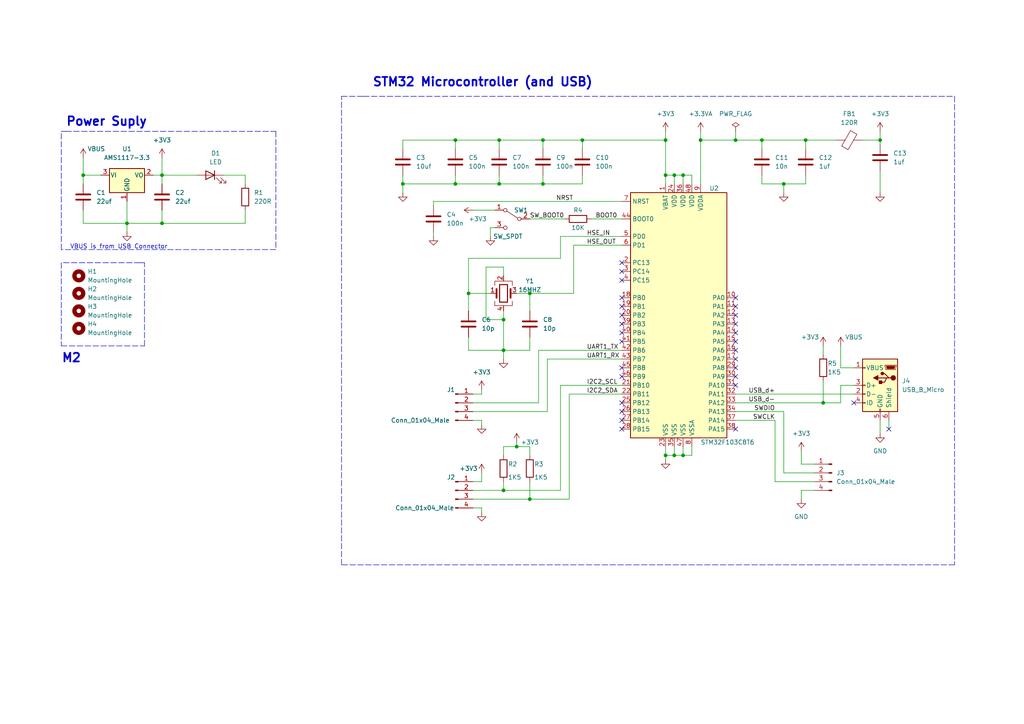
<source format=kicad_sch>
(kicad_sch (version 20211123) (generator eeschema)

  (uuid e63e39d7-6ac0-4ffd-8aa3-1841a4541b55)

  (paper "A4")

  (lib_symbols
    (symbol "Connector:Conn_01x04_Male" (pin_names (offset 1.016) hide) (in_bom yes) (on_board yes)
      (property "Reference" "J" (id 0) (at 0 5.08 0)
        (effects (font (size 1.27 1.27)))
      )
      (property "Value" "Conn_01x04_Male" (id 1) (at 0 -7.62 0)
        (effects (font (size 1.27 1.27)))
      )
      (property "Footprint" "" (id 2) (at 0 0 0)
        (effects (font (size 1.27 1.27)) hide)
      )
      (property "Datasheet" "~" (id 3) (at 0 0 0)
        (effects (font (size 1.27 1.27)) hide)
      )
      (property "ki_keywords" "connector" (id 4) (at 0 0 0)
        (effects (font (size 1.27 1.27)) hide)
      )
      (property "ki_description" "Generic connector, single row, 01x04, script generated (kicad-library-utils/schlib/autogen/connector/)" (id 5) (at 0 0 0)
        (effects (font (size 1.27 1.27)) hide)
      )
      (property "ki_fp_filters" "Connector*:*_1x??_*" (id 6) (at 0 0 0)
        (effects (font (size 1.27 1.27)) hide)
      )
      (symbol "Conn_01x04_Male_1_1"
        (polyline
          (pts
            (xy 1.27 -5.08)
            (xy 0.8636 -5.08)
          )
          (stroke (width 0.1524) (type default) (color 0 0 0 0))
          (fill (type none))
        )
        (polyline
          (pts
            (xy 1.27 -2.54)
            (xy 0.8636 -2.54)
          )
          (stroke (width 0.1524) (type default) (color 0 0 0 0))
          (fill (type none))
        )
        (polyline
          (pts
            (xy 1.27 0)
            (xy 0.8636 0)
          )
          (stroke (width 0.1524) (type default) (color 0 0 0 0))
          (fill (type none))
        )
        (polyline
          (pts
            (xy 1.27 2.54)
            (xy 0.8636 2.54)
          )
          (stroke (width 0.1524) (type default) (color 0 0 0 0))
          (fill (type none))
        )
        (rectangle (start 0.8636 -4.953) (end 0 -5.207)
          (stroke (width 0.1524) (type default) (color 0 0 0 0))
          (fill (type outline))
        )
        (rectangle (start 0.8636 -2.413) (end 0 -2.667)
          (stroke (width 0.1524) (type default) (color 0 0 0 0))
          (fill (type outline))
        )
        (rectangle (start 0.8636 0.127) (end 0 -0.127)
          (stroke (width 0.1524) (type default) (color 0 0 0 0))
          (fill (type outline))
        )
        (rectangle (start 0.8636 2.667) (end 0 2.413)
          (stroke (width 0.1524) (type default) (color 0 0 0 0))
          (fill (type outline))
        )
        (pin passive line (at 5.08 2.54 180) (length 3.81)
          (name "Pin_1" (effects (font (size 1.27 1.27))))
          (number "1" (effects (font (size 1.27 1.27))))
        )
        (pin passive line (at 5.08 0 180) (length 3.81)
          (name "Pin_2" (effects (font (size 1.27 1.27))))
          (number "2" (effects (font (size 1.27 1.27))))
        )
        (pin passive line (at 5.08 -2.54 180) (length 3.81)
          (name "Pin_3" (effects (font (size 1.27 1.27))))
          (number "3" (effects (font (size 1.27 1.27))))
        )
        (pin passive line (at 5.08 -5.08 180) (length 3.81)
          (name "Pin_4" (effects (font (size 1.27 1.27))))
          (number "4" (effects (font (size 1.27 1.27))))
        )
      )
    )
    (symbol "Connector:USB_B_Micro" (pin_names (offset 1.016)) (in_bom yes) (on_board yes)
      (property "Reference" "J" (id 0) (at -5.08 11.43 0)
        (effects (font (size 1.27 1.27)) (justify left))
      )
      (property "Value" "USB_B_Micro" (id 1) (at -5.08 8.89 0)
        (effects (font (size 1.27 1.27)) (justify left))
      )
      (property "Footprint" "" (id 2) (at 3.81 -1.27 0)
        (effects (font (size 1.27 1.27)) hide)
      )
      (property "Datasheet" "~" (id 3) (at 3.81 -1.27 0)
        (effects (font (size 1.27 1.27)) hide)
      )
      (property "ki_keywords" "connector USB micro" (id 4) (at 0 0 0)
        (effects (font (size 1.27 1.27)) hide)
      )
      (property "ki_description" "USB Micro Type B connector" (id 5) (at 0 0 0)
        (effects (font (size 1.27 1.27)) hide)
      )
      (property "ki_fp_filters" "USB*" (id 6) (at 0 0 0)
        (effects (font (size 1.27 1.27)) hide)
      )
      (symbol "USB_B_Micro_0_1"
        (rectangle (start -5.08 -7.62) (end 5.08 7.62)
          (stroke (width 0.254) (type default) (color 0 0 0 0))
          (fill (type background))
        )
        (circle (center -3.81 2.159) (radius 0.635)
          (stroke (width 0.254) (type default) (color 0 0 0 0))
          (fill (type outline))
        )
        (circle (center -0.635 3.429) (radius 0.381)
          (stroke (width 0.254) (type default) (color 0 0 0 0))
          (fill (type outline))
        )
        (rectangle (start -0.127 -7.62) (end 0.127 -6.858)
          (stroke (width 0) (type default) (color 0 0 0 0))
          (fill (type none))
        )
        (polyline
          (pts
            (xy -1.905 2.159)
            (xy 0.635 2.159)
          )
          (stroke (width 0.254) (type default) (color 0 0 0 0))
          (fill (type none))
        )
        (polyline
          (pts
            (xy -3.175 2.159)
            (xy -2.54 2.159)
            (xy -1.27 3.429)
            (xy -0.635 3.429)
          )
          (stroke (width 0.254) (type default) (color 0 0 0 0))
          (fill (type none))
        )
        (polyline
          (pts
            (xy -2.54 2.159)
            (xy -1.905 2.159)
            (xy -1.27 0.889)
            (xy 0 0.889)
          )
          (stroke (width 0.254) (type default) (color 0 0 0 0))
          (fill (type none))
        )
        (polyline
          (pts
            (xy 0.635 2.794)
            (xy 0.635 1.524)
            (xy 1.905 2.159)
            (xy 0.635 2.794)
          )
          (stroke (width 0.254) (type default) (color 0 0 0 0))
          (fill (type outline))
        )
        (polyline
          (pts
            (xy -4.318 5.588)
            (xy -1.778 5.588)
            (xy -2.032 4.826)
            (xy -4.064 4.826)
            (xy -4.318 5.588)
          )
          (stroke (width 0) (type default) (color 0 0 0 0))
          (fill (type outline))
        )
        (polyline
          (pts
            (xy -4.699 5.842)
            (xy -4.699 5.588)
            (xy -4.445 4.826)
            (xy -4.445 4.572)
            (xy -1.651 4.572)
            (xy -1.651 4.826)
            (xy -1.397 5.588)
            (xy -1.397 5.842)
            (xy -4.699 5.842)
          )
          (stroke (width 0) (type default) (color 0 0 0 0))
          (fill (type none))
        )
        (rectangle (start 0.254 1.27) (end -0.508 0.508)
          (stroke (width 0.254) (type default) (color 0 0 0 0))
          (fill (type outline))
        )
        (rectangle (start 5.08 -5.207) (end 4.318 -4.953)
          (stroke (width 0) (type default) (color 0 0 0 0))
          (fill (type none))
        )
        (rectangle (start 5.08 -2.667) (end 4.318 -2.413)
          (stroke (width 0) (type default) (color 0 0 0 0))
          (fill (type none))
        )
        (rectangle (start 5.08 -0.127) (end 4.318 0.127)
          (stroke (width 0) (type default) (color 0 0 0 0))
          (fill (type none))
        )
        (rectangle (start 5.08 4.953) (end 4.318 5.207)
          (stroke (width 0) (type default) (color 0 0 0 0))
          (fill (type none))
        )
      )
      (symbol "USB_B_Micro_1_1"
        (pin power_out line (at 7.62 5.08 180) (length 2.54)
          (name "VBUS" (effects (font (size 1.27 1.27))))
          (number "1" (effects (font (size 1.27 1.27))))
        )
        (pin bidirectional line (at 7.62 -2.54 180) (length 2.54)
          (name "D-" (effects (font (size 1.27 1.27))))
          (number "2" (effects (font (size 1.27 1.27))))
        )
        (pin bidirectional line (at 7.62 0 180) (length 2.54)
          (name "D+" (effects (font (size 1.27 1.27))))
          (number "3" (effects (font (size 1.27 1.27))))
        )
        (pin passive line (at 7.62 -5.08 180) (length 2.54)
          (name "ID" (effects (font (size 1.27 1.27))))
          (number "4" (effects (font (size 1.27 1.27))))
        )
        (pin power_out line (at 0 -10.16 90) (length 2.54)
          (name "GND" (effects (font (size 1.27 1.27))))
          (number "5" (effects (font (size 1.27 1.27))))
        )
        (pin passive line (at -2.54 -10.16 90) (length 2.54)
          (name "Shield" (effects (font (size 1.27 1.27))))
          (number "6" (effects (font (size 1.27 1.27))))
        )
      )
    )
    (symbol "Device:C" (pin_numbers hide) (pin_names (offset 0.254)) (in_bom yes) (on_board yes)
      (property "Reference" "C" (id 0) (at 0.635 2.54 0)
        (effects (font (size 1.27 1.27)) (justify left))
      )
      (property "Value" "C" (id 1) (at 0.635 -2.54 0)
        (effects (font (size 1.27 1.27)) (justify left))
      )
      (property "Footprint" "" (id 2) (at 0.9652 -3.81 0)
        (effects (font (size 1.27 1.27)) hide)
      )
      (property "Datasheet" "~" (id 3) (at 0 0 0)
        (effects (font (size 1.27 1.27)) hide)
      )
      (property "ki_keywords" "cap capacitor" (id 4) (at 0 0 0)
        (effects (font (size 1.27 1.27)) hide)
      )
      (property "ki_description" "Unpolarized capacitor" (id 5) (at 0 0 0)
        (effects (font (size 1.27 1.27)) hide)
      )
      (property "ki_fp_filters" "C_*" (id 6) (at 0 0 0)
        (effects (font (size 1.27 1.27)) hide)
      )
      (symbol "C_0_1"
        (polyline
          (pts
            (xy -2.032 -0.762)
            (xy 2.032 -0.762)
          )
          (stroke (width 0.508) (type default) (color 0 0 0 0))
          (fill (type none))
        )
        (polyline
          (pts
            (xy -2.032 0.762)
            (xy 2.032 0.762)
          )
          (stroke (width 0.508) (type default) (color 0 0 0 0))
          (fill (type none))
        )
      )
      (symbol "C_1_1"
        (pin passive line (at 0 3.81 270) (length 2.794)
          (name "~" (effects (font (size 1.27 1.27))))
          (number "1" (effects (font (size 1.27 1.27))))
        )
        (pin passive line (at 0 -3.81 90) (length 2.794)
          (name "~" (effects (font (size 1.27 1.27))))
          (number "2" (effects (font (size 1.27 1.27))))
        )
      )
    )
    (symbol "Device:Crystal_GND24" (pin_names (offset 1.016) hide) (in_bom yes) (on_board yes)
      (property "Reference" "Y" (id 0) (at 3.175 5.08 0)
        (effects (font (size 1.27 1.27)) (justify left))
      )
      (property "Value" "Crystal_GND24" (id 1) (at 3.175 3.175 0)
        (effects (font (size 1.27 1.27)) (justify left))
      )
      (property "Footprint" "" (id 2) (at 0 0 0)
        (effects (font (size 1.27 1.27)) hide)
      )
      (property "Datasheet" "~" (id 3) (at 0 0 0)
        (effects (font (size 1.27 1.27)) hide)
      )
      (property "ki_keywords" "quartz ceramic resonator oscillator" (id 4) (at 0 0 0)
        (effects (font (size 1.27 1.27)) hide)
      )
      (property "ki_description" "Four pin crystal, GND on pins 2 and 4" (id 5) (at 0 0 0)
        (effects (font (size 1.27 1.27)) hide)
      )
      (property "ki_fp_filters" "Crystal*" (id 6) (at 0 0 0)
        (effects (font (size 1.27 1.27)) hide)
      )
      (symbol "Crystal_GND24_0_1"
        (rectangle (start -1.143 2.54) (end 1.143 -2.54)
          (stroke (width 0.3048) (type default) (color 0 0 0 0))
          (fill (type none))
        )
        (polyline
          (pts
            (xy -2.54 0)
            (xy -2.032 0)
          )
          (stroke (width 0) (type default) (color 0 0 0 0))
          (fill (type none))
        )
        (polyline
          (pts
            (xy -2.032 -1.27)
            (xy -2.032 1.27)
          )
          (stroke (width 0.508) (type default) (color 0 0 0 0))
          (fill (type none))
        )
        (polyline
          (pts
            (xy 0 -3.81)
            (xy 0 -3.556)
          )
          (stroke (width 0) (type default) (color 0 0 0 0))
          (fill (type none))
        )
        (polyline
          (pts
            (xy 0 3.556)
            (xy 0 3.81)
          )
          (stroke (width 0) (type default) (color 0 0 0 0))
          (fill (type none))
        )
        (polyline
          (pts
            (xy 2.032 -1.27)
            (xy 2.032 1.27)
          )
          (stroke (width 0.508) (type default) (color 0 0 0 0))
          (fill (type none))
        )
        (polyline
          (pts
            (xy 2.032 0)
            (xy 2.54 0)
          )
          (stroke (width 0) (type default) (color 0 0 0 0))
          (fill (type none))
        )
        (polyline
          (pts
            (xy -2.54 -2.286)
            (xy -2.54 -3.556)
            (xy 2.54 -3.556)
            (xy 2.54 -2.286)
          )
          (stroke (width 0) (type default) (color 0 0 0 0))
          (fill (type none))
        )
        (polyline
          (pts
            (xy -2.54 2.286)
            (xy -2.54 3.556)
            (xy 2.54 3.556)
            (xy 2.54 2.286)
          )
          (stroke (width 0) (type default) (color 0 0 0 0))
          (fill (type none))
        )
      )
      (symbol "Crystal_GND24_1_1"
        (pin passive line (at -3.81 0 0) (length 1.27)
          (name "1" (effects (font (size 1.27 1.27))))
          (number "1" (effects (font (size 1.27 1.27))))
        )
        (pin passive line (at 0 5.08 270) (length 1.27)
          (name "2" (effects (font (size 1.27 1.27))))
          (number "2" (effects (font (size 1.27 1.27))))
        )
        (pin passive line (at 3.81 0 180) (length 1.27)
          (name "3" (effects (font (size 1.27 1.27))))
          (number "3" (effects (font (size 1.27 1.27))))
        )
        (pin passive line (at 0 -5.08 90) (length 1.27)
          (name "4" (effects (font (size 1.27 1.27))))
          (number "4" (effects (font (size 1.27 1.27))))
        )
      )
    )
    (symbol "Device:FerriteBead" (pin_numbers hide) (pin_names (offset 0)) (in_bom yes) (on_board yes)
      (property "Reference" "FB" (id 0) (at -3.81 0.635 90)
        (effects (font (size 1.27 1.27)))
      )
      (property "Value" "FerriteBead" (id 1) (at 3.81 0 90)
        (effects (font (size 1.27 1.27)))
      )
      (property "Footprint" "" (id 2) (at -1.778 0 90)
        (effects (font (size 1.27 1.27)) hide)
      )
      (property "Datasheet" "~" (id 3) (at 0 0 0)
        (effects (font (size 1.27 1.27)) hide)
      )
      (property "ki_keywords" "L ferrite bead inductor filter" (id 4) (at 0 0 0)
        (effects (font (size 1.27 1.27)) hide)
      )
      (property "ki_description" "Ferrite bead" (id 5) (at 0 0 0)
        (effects (font (size 1.27 1.27)) hide)
      )
      (property "ki_fp_filters" "Inductor_* L_* *Ferrite*" (id 6) (at 0 0 0)
        (effects (font (size 1.27 1.27)) hide)
      )
      (symbol "FerriteBead_0_1"
        (polyline
          (pts
            (xy 0 -1.27)
            (xy 0 -1.2192)
          )
          (stroke (width 0) (type default) (color 0 0 0 0))
          (fill (type none))
        )
        (polyline
          (pts
            (xy 0 1.27)
            (xy 0 1.2954)
          )
          (stroke (width 0) (type default) (color 0 0 0 0))
          (fill (type none))
        )
        (polyline
          (pts
            (xy -2.7686 0.4064)
            (xy -1.7018 2.2606)
            (xy 2.7686 -0.3048)
            (xy 1.6764 -2.159)
            (xy -2.7686 0.4064)
          )
          (stroke (width 0) (type default) (color 0 0 0 0))
          (fill (type none))
        )
      )
      (symbol "FerriteBead_1_1"
        (pin passive line (at 0 3.81 270) (length 2.54)
          (name "~" (effects (font (size 1.27 1.27))))
          (number "1" (effects (font (size 1.27 1.27))))
        )
        (pin passive line (at 0 -3.81 90) (length 2.54)
          (name "~" (effects (font (size 1.27 1.27))))
          (number "2" (effects (font (size 1.27 1.27))))
        )
      )
    )
    (symbol "Device:LED" (pin_numbers hide) (pin_names (offset 1.016) hide) (in_bom yes) (on_board yes)
      (property "Reference" "D" (id 0) (at 0 2.54 0)
        (effects (font (size 1.27 1.27)))
      )
      (property "Value" "LED" (id 1) (at 0 -2.54 0)
        (effects (font (size 1.27 1.27)))
      )
      (property "Footprint" "" (id 2) (at 0 0 0)
        (effects (font (size 1.27 1.27)) hide)
      )
      (property "Datasheet" "~" (id 3) (at 0 0 0)
        (effects (font (size 1.27 1.27)) hide)
      )
      (property "ki_keywords" "LED diode" (id 4) (at 0 0 0)
        (effects (font (size 1.27 1.27)) hide)
      )
      (property "ki_description" "Light emitting diode" (id 5) (at 0 0 0)
        (effects (font (size 1.27 1.27)) hide)
      )
      (property "ki_fp_filters" "LED* LED_SMD:* LED_THT:*" (id 6) (at 0 0 0)
        (effects (font (size 1.27 1.27)) hide)
      )
      (symbol "LED_0_1"
        (polyline
          (pts
            (xy -1.27 -1.27)
            (xy -1.27 1.27)
          )
          (stroke (width 0.254) (type default) (color 0 0 0 0))
          (fill (type none))
        )
        (polyline
          (pts
            (xy -1.27 0)
            (xy 1.27 0)
          )
          (stroke (width 0) (type default) (color 0 0 0 0))
          (fill (type none))
        )
        (polyline
          (pts
            (xy 1.27 -1.27)
            (xy 1.27 1.27)
            (xy -1.27 0)
            (xy 1.27 -1.27)
          )
          (stroke (width 0.254) (type default) (color 0 0 0 0))
          (fill (type none))
        )
        (polyline
          (pts
            (xy -3.048 -0.762)
            (xy -4.572 -2.286)
            (xy -3.81 -2.286)
            (xy -4.572 -2.286)
            (xy -4.572 -1.524)
          )
          (stroke (width 0) (type default) (color 0 0 0 0))
          (fill (type none))
        )
        (polyline
          (pts
            (xy -1.778 -0.762)
            (xy -3.302 -2.286)
            (xy -2.54 -2.286)
            (xy -3.302 -2.286)
            (xy -3.302 -1.524)
          )
          (stroke (width 0) (type default) (color 0 0 0 0))
          (fill (type none))
        )
      )
      (symbol "LED_1_1"
        (pin passive line (at -3.81 0 0) (length 2.54)
          (name "K" (effects (font (size 1.27 1.27))))
          (number "1" (effects (font (size 1.27 1.27))))
        )
        (pin passive line (at 3.81 0 180) (length 2.54)
          (name "A" (effects (font (size 1.27 1.27))))
          (number "2" (effects (font (size 1.27 1.27))))
        )
      )
    )
    (symbol "Device:R" (pin_numbers hide) (pin_names (offset 0)) (in_bom yes) (on_board yes)
      (property "Reference" "R" (id 0) (at 2.032 0 90)
        (effects (font (size 1.27 1.27)))
      )
      (property "Value" "R" (id 1) (at 0 0 90)
        (effects (font (size 1.27 1.27)))
      )
      (property "Footprint" "" (id 2) (at -1.778 0 90)
        (effects (font (size 1.27 1.27)) hide)
      )
      (property "Datasheet" "~" (id 3) (at 0 0 0)
        (effects (font (size 1.27 1.27)) hide)
      )
      (property "ki_keywords" "R res resistor" (id 4) (at 0 0 0)
        (effects (font (size 1.27 1.27)) hide)
      )
      (property "ki_description" "Resistor" (id 5) (at 0 0 0)
        (effects (font (size 1.27 1.27)) hide)
      )
      (property "ki_fp_filters" "R_*" (id 6) (at 0 0 0)
        (effects (font (size 1.27 1.27)) hide)
      )
      (symbol "R_0_1"
        (rectangle (start -1.016 -2.54) (end 1.016 2.54)
          (stroke (width 0.254) (type default) (color 0 0 0 0))
          (fill (type none))
        )
      )
      (symbol "R_1_1"
        (pin passive line (at 0 3.81 270) (length 1.27)
          (name "~" (effects (font (size 1.27 1.27))))
          (number "1" (effects (font (size 1.27 1.27))))
        )
        (pin passive line (at 0 -3.81 90) (length 1.27)
          (name "~" (effects (font (size 1.27 1.27))))
          (number "2" (effects (font (size 1.27 1.27))))
        )
      )
    )
    (symbol "MCU_ST_STM32F1:STM32F103C8Tx" (in_bom yes) (on_board yes)
      (property "Reference" "U" (id 0) (at -15.24 36.83 0)
        (effects (font (size 1.27 1.27)) (justify left))
      )
      (property "Value" "STM32F103C8Tx" (id 1) (at 7.62 36.83 0)
        (effects (font (size 1.27 1.27)) (justify left))
      )
      (property "Footprint" "Package_QFP:LQFP-48_7x7mm_P0.5mm" (id 2) (at -15.24 -35.56 0)
        (effects (font (size 1.27 1.27)) (justify right) hide)
      )
      (property "Datasheet" "http://www.st.com/st-web-ui/static/active/en/resource/technical/document/datasheet/CD00161566.pdf" (id 3) (at 0 0 0)
        (effects (font (size 1.27 1.27)) hide)
      )
      (property "ki_keywords" "ARM Cortex-M3 STM32F1 STM32F103" (id 4) (at 0 0 0)
        (effects (font (size 1.27 1.27)) hide)
      )
      (property "ki_description" "ARM Cortex-M3 MCU, 64KB flash, 20KB RAM, 72MHz, 2-3.6V, 37 GPIO, LQFP-48" (id 5) (at 0 0 0)
        (effects (font (size 1.27 1.27)) hide)
      )
      (property "ki_fp_filters" "LQFP*7x7mm*P0.5mm*" (id 6) (at 0 0 0)
        (effects (font (size 1.27 1.27)) hide)
      )
      (symbol "STM32F103C8Tx_0_1"
        (rectangle (start -15.24 -35.56) (end 12.7 35.56)
          (stroke (width 0.254) (type default) (color 0 0 0 0))
          (fill (type background))
        )
      )
      (symbol "STM32F103C8Tx_1_1"
        (pin power_in line (at -5.08 38.1 270) (length 2.54)
          (name "VBAT" (effects (font (size 1.27 1.27))))
          (number "1" (effects (font (size 1.27 1.27))))
        )
        (pin bidirectional line (at 15.24 5.08 180) (length 2.54)
          (name "PA0" (effects (font (size 1.27 1.27))))
          (number "10" (effects (font (size 1.27 1.27))))
        )
        (pin bidirectional line (at 15.24 2.54 180) (length 2.54)
          (name "PA1" (effects (font (size 1.27 1.27))))
          (number "11" (effects (font (size 1.27 1.27))))
        )
        (pin bidirectional line (at 15.24 0 180) (length 2.54)
          (name "PA2" (effects (font (size 1.27 1.27))))
          (number "12" (effects (font (size 1.27 1.27))))
        )
        (pin bidirectional line (at 15.24 -2.54 180) (length 2.54)
          (name "PA3" (effects (font (size 1.27 1.27))))
          (number "13" (effects (font (size 1.27 1.27))))
        )
        (pin bidirectional line (at 15.24 -5.08 180) (length 2.54)
          (name "PA4" (effects (font (size 1.27 1.27))))
          (number "14" (effects (font (size 1.27 1.27))))
        )
        (pin bidirectional line (at 15.24 -7.62 180) (length 2.54)
          (name "PA5" (effects (font (size 1.27 1.27))))
          (number "15" (effects (font (size 1.27 1.27))))
        )
        (pin bidirectional line (at 15.24 -10.16 180) (length 2.54)
          (name "PA6" (effects (font (size 1.27 1.27))))
          (number "16" (effects (font (size 1.27 1.27))))
        )
        (pin bidirectional line (at 15.24 -12.7 180) (length 2.54)
          (name "PA7" (effects (font (size 1.27 1.27))))
          (number "17" (effects (font (size 1.27 1.27))))
        )
        (pin bidirectional line (at -17.78 5.08 0) (length 2.54)
          (name "PB0" (effects (font (size 1.27 1.27))))
          (number "18" (effects (font (size 1.27 1.27))))
        )
        (pin bidirectional line (at -17.78 2.54 0) (length 2.54)
          (name "PB1" (effects (font (size 1.27 1.27))))
          (number "19" (effects (font (size 1.27 1.27))))
        )
        (pin bidirectional line (at -17.78 15.24 0) (length 2.54)
          (name "PC13" (effects (font (size 1.27 1.27))))
          (number "2" (effects (font (size 1.27 1.27))))
        )
        (pin bidirectional line (at -17.78 0 0) (length 2.54)
          (name "PB2" (effects (font (size 1.27 1.27))))
          (number "20" (effects (font (size 1.27 1.27))))
        )
        (pin bidirectional line (at -17.78 -20.32 0) (length 2.54)
          (name "PB10" (effects (font (size 1.27 1.27))))
          (number "21" (effects (font (size 1.27 1.27))))
        )
        (pin bidirectional line (at -17.78 -22.86 0) (length 2.54)
          (name "PB11" (effects (font (size 1.27 1.27))))
          (number "22" (effects (font (size 1.27 1.27))))
        )
        (pin power_in line (at -5.08 -38.1 90) (length 2.54)
          (name "VSS" (effects (font (size 1.27 1.27))))
          (number "23" (effects (font (size 1.27 1.27))))
        )
        (pin power_in line (at -2.54 38.1 270) (length 2.54)
          (name "VDD" (effects (font (size 1.27 1.27))))
          (number "24" (effects (font (size 1.27 1.27))))
        )
        (pin bidirectional line (at -17.78 -25.4 0) (length 2.54)
          (name "PB12" (effects (font (size 1.27 1.27))))
          (number "25" (effects (font (size 1.27 1.27))))
        )
        (pin bidirectional line (at -17.78 -27.94 0) (length 2.54)
          (name "PB13" (effects (font (size 1.27 1.27))))
          (number "26" (effects (font (size 1.27 1.27))))
        )
        (pin bidirectional line (at -17.78 -30.48 0) (length 2.54)
          (name "PB14" (effects (font (size 1.27 1.27))))
          (number "27" (effects (font (size 1.27 1.27))))
        )
        (pin bidirectional line (at -17.78 -33.02 0) (length 2.54)
          (name "PB15" (effects (font (size 1.27 1.27))))
          (number "28" (effects (font (size 1.27 1.27))))
        )
        (pin bidirectional line (at 15.24 -15.24 180) (length 2.54)
          (name "PA8" (effects (font (size 1.27 1.27))))
          (number "29" (effects (font (size 1.27 1.27))))
        )
        (pin bidirectional line (at -17.78 12.7 0) (length 2.54)
          (name "PC14" (effects (font (size 1.27 1.27))))
          (number "3" (effects (font (size 1.27 1.27))))
        )
        (pin bidirectional line (at 15.24 -17.78 180) (length 2.54)
          (name "PA9" (effects (font (size 1.27 1.27))))
          (number "30" (effects (font (size 1.27 1.27))))
        )
        (pin bidirectional line (at 15.24 -20.32 180) (length 2.54)
          (name "PA10" (effects (font (size 1.27 1.27))))
          (number "31" (effects (font (size 1.27 1.27))))
        )
        (pin bidirectional line (at 15.24 -22.86 180) (length 2.54)
          (name "PA11" (effects (font (size 1.27 1.27))))
          (number "32" (effects (font (size 1.27 1.27))))
        )
        (pin bidirectional line (at 15.24 -25.4 180) (length 2.54)
          (name "PA12" (effects (font (size 1.27 1.27))))
          (number "33" (effects (font (size 1.27 1.27))))
        )
        (pin bidirectional line (at 15.24 -27.94 180) (length 2.54)
          (name "PA13" (effects (font (size 1.27 1.27))))
          (number "34" (effects (font (size 1.27 1.27))))
        )
        (pin power_in line (at -2.54 -38.1 90) (length 2.54)
          (name "VSS" (effects (font (size 1.27 1.27))))
          (number "35" (effects (font (size 1.27 1.27))))
        )
        (pin power_in line (at 0 38.1 270) (length 2.54)
          (name "VDD" (effects (font (size 1.27 1.27))))
          (number "36" (effects (font (size 1.27 1.27))))
        )
        (pin bidirectional line (at 15.24 -30.48 180) (length 2.54)
          (name "PA14" (effects (font (size 1.27 1.27))))
          (number "37" (effects (font (size 1.27 1.27))))
        )
        (pin bidirectional line (at 15.24 -33.02 180) (length 2.54)
          (name "PA15" (effects (font (size 1.27 1.27))))
          (number "38" (effects (font (size 1.27 1.27))))
        )
        (pin bidirectional line (at -17.78 -2.54 0) (length 2.54)
          (name "PB3" (effects (font (size 1.27 1.27))))
          (number "39" (effects (font (size 1.27 1.27))))
        )
        (pin bidirectional line (at -17.78 10.16 0) (length 2.54)
          (name "PC15" (effects (font (size 1.27 1.27))))
          (number "4" (effects (font (size 1.27 1.27))))
        )
        (pin bidirectional line (at -17.78 -5.08 0) (length 2.54)
          (name "PB4" (effects (font (size 1.27 1.27))))
          (number "40" (effects (font (size 1.27 1.27))))
        )
        (pin bidirectional line (at -17.78 -7.62 0) (length 2.54)
          (name "PB5" (effects (font (size 1.27 1.27))))
          (number "41" (effects (font (size 1.27 1.27))))
        )
        (pin bidirectional line (at -17.78 -10.16 0) (length 2.54)
          (name "PB6" (effects (font (size 1.27 1.27))))
          (number "42" (effects (font (size 1.27 1.27))))
        )
        (pin bidirectional line (at -17.78 -12.7 0) (length 2.54)
          (name "PB7" (effects (font (size 1.27 1.27))))
          (number "43" (effects (font (size 1.27 1.27))))
        )
        (pin input line (at -17.78 27.94 0) (length 2.54)
          (name "BOOT0" (effects (font (size 1.27 1.27))))
          (number "44" (effects (font (size 1.27 1.27))))
        )
        (pin bidirectional line (at -17.78 -15.24 0) (length 2.54)
          (name "PB8" (effects (font (size 1.27 1.27))))
          (number "45" (effects (font (size 1.27 1.27))))
        )
        (pin bidirectional line (at -17.78 -17.78 0) (length 2.54)
          (name "PB9" (effects (font (size 1.27 1.27))))
          (number "46" (effects (font (size 1.27 1.27))))
        )
        (pin power_in line (at 0 -38.1 90) (length 2.54)
          (name "VSS" (effects (font (size 1.27 1.27))))
          (number "47" (effects (font (size 1.27 1.27))))
        )
        (pin power_in line (at 2.54 38.1 270) (length 2.54)
          (name "VDD" (effects (font (size 1.27 1.27))))
          (number "48" (effects (font (size 1.27 1.27))))
        )
        (pin input line (at -17.78 22.86 0) (length 2.54)
          (name "PD0" (effects (font (size 1.27 1.27))))
          (number "5" (effects (font (size 1.27 1.27))))
        )
        (pin input line (at -17.78 20.32 0) (length 2.54)
          (name "PD1" (effects (font (size 1.27 1.27))))
          (number "6" (effects (font (size 1.27 1.27))))
        )
        (pin input line (at -17.78 33.02 0) (length 2.54)
          (name "NRST" (effects (font (size 1.27 1.27))))
          (number "7" (effects (font (size 1.27 1.27))))
        )
        (pin power_in line (at 2.54 -38.1 90) (length 2.54)
          (name "VSSA" (effects (font (size 1.27 1.27))))
          (number "8" (effects (font (size 1.27 1.27))))
        )
        (pin power_in line (at 5.08 38.1 270) (length 2.54)
          (name "VDDA" (effects (font (size 1.27 1.27))))
          (number "9" (effects (font (size 1.27 1.27))))
        )
      )
    )
    (symbol "Mechanical:MountingHole" (pin_names (offset 1.016)) (in_bom yes) (on_board yes)
      (property "Reference" "H" (id 0) (at 0 5.08 0)
        (effects (font (size 1.27 1.27)))
      )
      (property "Value" "MountingHole" (id 1) (at 0 3.175 0)
        (effects (font (size 1.27 1.27)))
      )
      (property "Footprint" "" (id 2) (at 0 0 0)
        (effects (font (size 1.27 1.27)) hide)
      )
      (property "Datasheet" "~" (id 3) (at 0 0 0)
        (effects (font (size 1.27 1.27)) hide)
      )
      (property "ki_keywords" "mounting hole" (id 4) (at 0 0 0)
        (effects (font (size 1.27 1.27)) hide)
      )
      (property "ki_description" "Mounting Hole without connection" (id 5) (at 0 0 0)
        (effects (font (size 1.27 1.27)) hide)
      )
      (property "ki_fp_filters" "MountingHole*" (id 6) (at 0 0 0)
        (effects (font (size 1.27 1.27)) hide)
      )
      (symbol "MountingHole_0_1"
        (circle (center 0 0) (radius 1.27)
          (stroke (width 1.27) (type default) (color 0 0 0 0))
          (fill (type none))
        )
      )
    )
    (symbol "Regulator_Linear:AMS1117-3.3" (pin_names (offset 0.254)) (in_bom yes) (on_board yes)
      (property "Reference" "U" (id 0) (at -3.81 3.175 0)
        (effects (font (size 1.27 1.27)))
      )
      (property "Value" "AMS1117-3.3" (id 1) (at 0 3.175 0)
        (effects (font (size 1.27 1.27)) (justify left))
      )
      (property "Footprint" "Package_TO_SOT_SMD:SOT-223-3_TabPin2" (id 2) (at 0 5.08 0)
        (effects (font (size 1.27 1.27)) hide)
      )
      (property "Datasheet" "http://www.advanced-monolithic.com/pdf/ds1117.pdf" (id 3) (at 2.54 -6.35 0)
        (effects (font (size 1.27 1.27)) hide)
      )
      (property "ki_keywords" "linear regulator ldo fixed positive" (id 4) (at 0 0 0)
        (effects (font (size 1.27 1.27)) hide)
      )
      (property "ki_description" "1A Low Dropout regulator, positive, 3.3V fixed output, SOT-223" (id 5) (at 0 0 0)
        (effects (font (size 1.27 1.27)) hide)
      )
      (property "ki_fp_filters" "SOT?223*TabPin2*" (id 6) (at 0 0 0)
        (effects (font (size 1.27 1.27)) hide)
      )
      (symbol "AMS1117-3.3_0_1"
        (rectangle (start -5.08 -5.08) (end 5.08 1.905)
          (stroke (width 0.254) (type default) (color 0 0 0 0))
          (fill (type background))
        )
      )
      (symbol "AMS1117-3.3_1_1"
        (pin power_in line (at 0 -7.62 90) (length 2.54)
          (name "GND" (effects (font (size 1.27 1.27))))
          (number "1" (effects (font (size 1.27 1.27))))
        )
        (pin power_out line (at 7.62 0 180) (length 2.54)
          (name "VO" (effects (font (size 1.27 1.27))))
          (number "2" (effects (font (size 1.27 1.27))))
        )
        (pin power_in line (at -7.62 0 0) (length 2.54)
          (name "VI" (effects (font (size 1.27 1.27))))
          (number "3" (effects (font (size 1.27 1.27))))
        )
      )
    )
    (symbol "Switch:SW_SPDT" (pin_names (offset 0) hide) (in_bom yes) (on_board yes)
      (property "Reference" "SW" (id 0) (at 0 4.318 0)
        (effects (font (size 1.27 1.27)))
      )
      (property "Value" "SW_SPDT" (id 1) (at 0 -5.08 0)
        (effects (font (size 1.27 1.27)))
      )
      (property "Footprint" "" (id 2) (at 0 0 0)
        (effects (font (size 1.27 1.27)) hide)
      )
      (property "Datasheet" "~" (id 3) (at 0 0 0)
        (effects (font (size 1.27 1.27)) hide)
      )
      (property "ki_keywords" "switch single-pole double-throw spdt ON-ON" (id 4) (at 0 0 0)
        (effects (font (size 1.27 1.27)) hide)
      )
      (property "ki_description" "Switch, single pole double throw" (id 5) (at 0 0 0)
        (effects (font (size 1.27 1.27)) hide)
      )
      (symbol "SW_SPDT_0_0"
        (circle (center -2.032 0) (radius 0.508)
          (stroke (width 0) (type default) (color 0 0 0 0))
          (fill (type none))
        )
        (circle (center 2.032 -2.54) (radius 0.508)
          (stroke (width 0) (type default) (color 0 0 0 0))
          (fill (type none))
        )
      )
      (symbol "SW_SPDT_0_1"
        (polyline
          (pts
            (xy -1.524 0.254)
            (xy 1.651 2.286)
          )
          (stroke (width 0) (type default) (color 0 0 0 0))
          (fill (type none))
        )
        (circle (center 2.032 2.54) (radius 0.508)
          (stroke (width 0) (type default) (color 0 0 0 0))
          (fill (type none))
        )
      )
      (symbol "SW_SPDT_1_1"
        (pin passive line (at 5.08 2.54 180) (length 2.54)
          (name "A" (effects (font (size 1.27 1.27))))
          (number "1" (effects (font (size 1.27 1.27))))
        )
        (pin passive line (at -5.08 0 0) (length 2.54)
          (name "B" (effects (font (size 1.27 1.27))))
          (number "2" (effects (font (size 1.27 1.27))))
        )
        (pin passive line (at 5.08 -2.54 180) (length 2.54)
          (name "C" (effects (font (size 1.27 1.27))))
          (number "3" (effects (font (size 1.27 1.27))))
        )
      )
    )
    (symbol "power:+3.3V" (power) (pin_names (offset 0)) (in_bom yes) (on_board yes)
      (property "Reference" "#PWR" (id 0) (at 0 -3.81 0)
        (effects (font (size 1.27 1.27)) hide)
      )
      (property "Value" "+3.3V" (id 1) (at 0 3.556 0)
        (effects (font (size 1.27 1.27)))
      )
      (property "Footprint" "" (id 2) (at 0 0 0)
        (effects (font (size 1.27 1.27)) hide)
      )
      (property "Datasheet" "" (id 3) (at 0 0 0)
        (effects (font (size 1.27 1.27)) hide)
      )
      (property "ki_keywords" "power-flag" (id 4) (at 0 0 0)
        (effects (font (size 1.27 1.27)) hide)
      )
      (property "ki_description" "Power symbol creates a global label with name \"+3.3V\"" (id 5) (at 0 0 0)
        (effects (font (size 1.27 1.27)) hide)
      )
      (symbol "+3.3V_0_1"
        (polyline
          (pts
            (xy -0.762 1.27)
            (xy 0 2.54)
          )
          (stroke (width 0) (type default) (color 0 0 0 0))
          (fill (type none))
        )
        (polyline
          (pts
            (xy 0 0)
            (xy 0 2.54)
          )
          (stroke (width 0) (type default) (color 0 0 0 0))
          (fill (type none))
        )
        (polyline
          (pts
            (xy 0 2.54)
            (xy 0.762 1.27)
          )
          (stroke (width 0) (type default) (color 0 0 0 0))
          (fill (type none))
        )
      )
      (symbol "+3.3V_1_1"
        (pin power_in line (at 0 0 90) (length 0) hide
          (name "+3V3" (effects (font (size 1.27 1.27))))
          (number "1" (effects (font (size 1.27 1.27))))
        )
      )
    )
    (symbol "power:+3.3VA" (power) (pin_names (offset 0)) (in_bom yes) (on_board yes)
      (property "Reference" "#PWR" (id 0) (at 0 -3.81 0)
        (effects (font (size 1.27 1.27)) hide)
      )
      (property "Value" "+3.3VA" (id 1) (at 0 3.556 0)
        (effects (font (size 1.27 1.27)))
      )
      (property "Footprint" "" (id 2) (at 0 0 0)
        (effects (font (size 1.27 1.27)) hide)
      )
      (property "Datasheet" "" (id 3) (at 0 0 0)
        (effects (font (size 1.27 1.27)) hide)
      )
      (property "ki_keywords" "power-flag" (id 4) (at 0 0 0)
        (effects (font (size 1.27 1.27)) hide)
      )
      (property "ki_description" "Power symbol creates a global label with name \"+3.3VA\"" (id 5) (at 0 0 0)
        (effects (font (size 1.27 1.27)) hide)
      )
      (symbol "+3.3VA_0_1"
        (polyline
          (pts
            (xy -0.762 1.27)
            (xy 0 2.54)
          )
          (stroke (width 0) (type default) (color 0 0 0 0))
          (fill (type none))
        )
        (polyline
          (pts
            (xy 0 0)
            (xy 0 2.54)
          )
          (stroke (width 0) (type default) (color 0 0 0 0))
          (fill (type none))
        )
        (polyline
          (pts
            (xy 0 2.54)
            (xy 0.762 1.27)
          )
          (stroke (width 0) (type default) (color 0 0 0 0))
          (fill (type none))
        )
      )
      (symbol "+3.3VA_1_1"
        (pin power_in line (at 0 0 90) (length 0) hide
          (name "+3.3VA" (effects (font (size 1.27 1.27))))
          (number "1" (effects (font (size 1.27 1.27))))
        )
      )
    )
    (symbol "power:GND" (power) (pin_names (offset 0)) (in_bom yes) (on_board yes)
      (property "Reference" "#PWR" (id 0) (at 0 -6.35 0)
        (effects (font (size 1.27 1.27)) hide)
      )
      (property "Value" "GND" (id 1) (at 0 -3.81 0)
        (effects (font (size 1.27 1.27)))
      )
      (property "Footprint" "" (id 2) (at 0 0 0)
        (effects (font (size 1.27 1.27)) hide)
      )
      (property "Datasheet" "" (id 3) (at 0 0 0)
        (effects (font (size 1.27 1.27)) hide)
      )
      (property "ki_keywords" "power-flag" (id 4) (at 0 0 0)
        (effects (font (size 1.27 1.27)) hide)
      )
      (property "ki_description" "Power symbol creates a global label with name \"GND\" , ground" (id 5) (at 0 0 0)
        (effects (font (size 1.27 1.27)) hide)
      )
      (symbol "GND_0_1"
        (polyline
          (pts
            (xy 0 0)
            (xy 0 -1.27)
            (xy 1.27 -1.27)
            (xy 0 -2.54)
            (xy -1.27 -1.27)
            (xy 0 -1.27)
          )
          (stroke (width 0) (type default) (color 0 0 0 0))
          (fill (type none))
        )
      )
      (symbol "GND_1_1"
        (pin power_in line (at 0 0 270) (length 0) hide
          (name "GND" (effects (font (size 1.27 1.27))))
          (number "1" (effects (font (size 1.27 1.27))))
        )
      )
    )
    (symbol "power:PWR_FLAG" (power) (pin_numbers hide) (pin_names (offset 0) hide) (in_bom yes) (on_board yes)
      (property "Reference" "#FLG" (id 0) (at 0 1.905 0)
        (effects (font (size 1.27 1.27)) hide)
      )
      (property "Value" "PWR_FLAG" (id 1) (at 0 3.81 0)
        (effects (font (size 1.27 1.27)))
      )
      (property "Footprint" "" (id 2) (at 0 0 0)
        (effects (font (size 1.27 1.27)) hide)
      )
      (property "Datasheet" "~" (id 3) (at 0 0 0)
        (effects (font (size 1.27 1.27)) hide)
      )
      (property "ki_keywords" "power-flag" (id 4) (at 0 0 0)
        (effects (font (size 1.27 1.27)) hide)
      )
      (property "ki_description" "Special symbol for telling ERC where power comes from" (id 5) (at 0 0 0)
        (effects (font (size 1.27 1.27)) hide)
      )
      (symbol "PWR_FLAG_0_0"
        (pin power_out line (at 0 0 90) (length 0)
          (name "pwr" (effects (font (size 1.27 1.27))))
          (number "1" (effects (font (size 1.27 1.27))))
        )
      )
      (symbol "PWR_FLAG_0_1"
        (polyline
          (pts
            (xy 0 0)
            (xy 0 1.27)
            (xy -1.016 1.905)
            (xy 0 2.54)
            (xy 1.016 1.905)
            (xy 0 1.27)
          )
          (stroke (width 0) (type default) (color 0 0 0 0))
          (fill (type none))
        )
      )
    )
    (symbol "power:VBUS" (power) (pin_names (offset 0)) (in_bom yes) (on_board yes)
      (property "Reference" "#PWR" (id 0) (at 0 -3.81 0)
        (effects (font (size 1.27 1.27)) hide)
      )
      (property "Value" "VBUS" (id 1) (at 0 3.81 0)
        (effects (font (size 1.27 1.27)))
      )
      (property "Footprint" "" (id 2) (at 0 0 0)
        (effects (font (size 1.27 1.27)) hide)
      )
      (property "Datasheet" "" (id 3) (at 0 0 0)
        (effects (font (size 1.27 1.27)) hide)
      )
      (property "ki_keywords" "power-flag" (id 4) (at 0 0 0)
        (effects (font (size 1.27 1.27)) hide)
      )
      (property "ki_description" "Power symbol creates a global label with name \"VBUS\"" (id 5) (at 0 0 0)
        (effects (font (size 1.27 1.27)) hide)
      )
      (symbol "VBUS_0_1"
        (polyline
          (pts
            (xy -0.762 1.27)
            (xy 0 2.54)
          )
          (stroke (width 0) (type default) (color 0 0 0 0))
          (fill (type none))
        )
        (polyline
          (pts
            (xy 0 0)
            (xy 0 2.54)
          )
          (stroke (width 0) (type default) (color 0 0 0 0))
          (fill (type none))
        )
        (polyline
          (pts
            (xy 0 2.54)
            (xy 0.762 1.27)
          )
          (stroke (width 0) (type default) (color 0 0 0 0))
          (fill (type none))
        )
      )
      (symbol "VBUS_1_1"
        (pin power_in line (at 0 0 90) (length 0) hide
          (name "VBUS" (effects (font (size 1.27 1.27))))
          (number "1" (effects (font (size 1.27 1.27))))
        )
      )
    )
  )

  (junction (at 116.84 53.34) (diameter 0) (color 0 0 0 0)
    (uuid 1322adff-7b3f-4758-8719-61310f8aa1f2)
  )
  (junction (at 255.27 40.64) (diameter 0) (color 0 0 0 0)
    (uuid 1607a3a8-0e4a-44ca-a9cf-195a1e146959)
  )
  (junction (at 193.04 50.8) (diameter 0) (color 0 0 0 0)
    (uuid 1880a5c1-38c0-4f5f-aa33-c21b94b74bfc)
  )
  (junction (at 213.36 40.64) (diameter 0) (color 0 0 0 0)
    (uuid 1bf162ba-a676-4a50-9465-44b1b5f36350)
  )
  (junction (at 153.67 85.09) (diameter 0) (color 0 0 0 0)
    (uuid 1d1e7b89-6170-4342-96a3-db5bf2f59732)
  )
  (junction (at 146.05 101.6) (diameter 0) (color 0 0 0 0)
    (uuid 1fe52801-6a01-481e-8249-88f138f1a582)
  )
  (junction (at 144.78 40.64) (diameter 0) (color 0 0 0 0)
    (uuid 225d8072-2183-4487-a5cb-18ab74972232)
  )
  (junction (at 46.99 64.77) (diameter 0) (color 0 0 0 0)
    (uuid 274f0702-35bd-4f6c-a2a7-79edd453e3b7)
  )
  (junction (at 153.67 144.78) (diameter 0) (color 0 0 0 0)
    (uuid 2967a17d-3648-43f1-8ad4-001a1cb1a915)
  )
  (junction (at 135.89 85.09) (diameter 0) (color 0 0 0 0)
    (uuid 2eab4c0d-5312-4c35-b5f1-196b37369fdb)
  )
  (junction (at 193.04 40.64) (diameter 0) (color 0 0 0 0)
    (uuid 2fffe151-1e8a-4e47-b673-6a8ca3555650)
  )
  (junction (at 238.76 116.84) (diameter 0) (color 0 0 0 0)
    (uuid 3429436b-22f8-4242-ae84-9359fc38b081)
  )
  (junction (at 46.99 50.8) (diameter 0) (color 0 0 0 0)
    (uuid 4f450cb6-c6ea-4f69-9134-678d53f9a41c)
  )
  (junction (at 233.68 40.64) (diameter 0) (color 0 0 0 0)
    (uuid 56cefabb-02d3-4db1-9fb3-7d8700930543)
  )
  (junction (at 144.78 53.34) (diameter 0) (color 0 0 0 0)
    (uuid 604d2c57-0438-448f-a9de-b63b6075f102)
  )
  (junction (at 157.48 53.34) (diameter 0) (color 0 0 0 0)
    (uuid 65b9eb01-a28f-42e0-bb05-9dc5a9d9057c)
  )
  (junction (at 149.86 129.54) (diameter 0) (color 0 0 0 0)
    (uuid 7849b46d-1533-4def-937e-c38ee31bb330)
  )
  (junction (at 198.12 50.8) (diameter 0) (color 0 0 0 0)
    (uuid 7eaf21f2-fe1c-4901-ae42-e8f2c2dc9800)
  )
  (junction (at 203.2 40.64) (diameter 0) (color 0 0 0 0)
    (uuid 8586efa2-c48e-4726-b1f2-6806ca1f5630)
  )
  (junction (at 195.58 50.8) (diameter 0) (color 0 0 0 0)
    (uuid 902ad361-726c-48b3-b8f5-22bb001ad2e2)
  )
  (junction (at 146.05 142.24) (diameter 0) (color 0 0 0 0)
    (uuid 95a536b9-162f-4692-821b-b5f583933c70)
  )
  (junction (at 220.98 40.64) (diameter 0) (color 0 0 0 0)
    (uuid a15647f4-b979-469d-8a86-570ecbd2608b)
  )
  (junction (at 195.58 132.08) (diameter 0) (color 0 0 0 0)
    (uuid aaab055d-e2c8-47ec-bf52-ba6cbf89c068)
  )
  (junction (at 132.08 53.34) (diameter 0) (color 0 0 0 0)
    (uuid ab27be9d-4d17-4fc1-af15-5eb26edb69c6)
  )
  (junction (at 157.48 40.64) (diameter 0) (color 0 0 0 0)
    (uuid b985cc59-bb13-42df-954b-10441ccc56dd)
  )
  (junction (at 36.83 64.77) (diameter 0) (color 0 0 0 0)
    (uuid c5a9954a-6ed2-4547-8d87-b44731c6811a)
  )
  (junction (at 146.05 92.71) (diameter 0) (color 0 0 0 0)
    (uuid d3059673-9183-4bdb-b0b4-3d5fe7b866f7)
  )
  (junction (at 193.04 132.08) (diameter 0) (color 0 0 0 0)
    (uuid d63d48bb-8353-4f86-81fa-3af96f4dae35)
  )
  (junction (at 227.33 53.34) (diameter 0) (color 0 0 0 0)
    (uuid da11a33c-0c46-4df2-9549-d12474178716)
  )
  (junction (at 24.13 50.8) (diameter 0) (color 0 0 0 0)
    (uuid ddced93c-edb4-49af-865e-9e87cf04d659)
  )
  (junction (at 198.12 132.08) (diameter 0) (color 0 0 0 0)
    (uuid e1f0b5f5-c35e-4c9d-81de-6b6c5fd6f3f3)
  )
  (junction (at 132.08 40.64) (diameter 0) (color 0 0 0 0)
    (uuid ed0990e1-e3e1-4d0a-8d49-a4713c5319e5)
  )
  (junction (at 168.91 40.64) (diameter 0) (color 0 0 0 0)
    (uuid fffee378-4bcd-4164-8dc1-d1fec9d52bc0)
  )

  (no_connect (at 247.65 116.84) (uuid 55ab0182-fe3b-4d95-b503-de3fc8ea17e2))
  (no_connect (at 213.36 88.9) (uuid 8ab66d52-352f-4c68-a3f4-802191fb0049))
  (no_connect (at 213.36 93.98) (uuid 8ab66d52-352f-4c68-a3f4-802191fb0049))
  (no_connect (at 213.36 96.52) (uuid 8ab66d52-352f-4c68-a3f4-802191fb0049))
  (no_connect (at 213.36 91.44) (uuid 8ab66d52-352f-4c68-a3f4-802191fb0049))
  (no_connect (at 213.36 86.36) (uuid 8ab66d52-352f-4c68-a3f4-802191fb0049))
  (no_connect (at 180.34 119.38) (uuid 8ab66d52-352f-4c68-a3f4-802191fb0049))
  (no_connect (at 180.34 109.22) (uuid 8ab66d52-352f-4c68-a3f4-802191fb0049))
  (no_connect (at 180.34 116.84) (uuid 8ab66d52-352f-4c68-a3f4-802191fb0049))
  (no_connect (at 180.34 121.92) (uuid 8ab66d52-352f-4c68-a3f4-802191fb0049))
  (no_connect (at 180.34 124.46) (uuid 8ab66d52-352f-4c68-a3f4-802191fb0049))
  (no_connect (at 180.34 78.74) (uuid 8ab66d52-352f-4c68-a3f4-802191fb0049))
  (no_connect (at 180.34 76.2) (uuid 8ab66d52-352f-4c68-a3f4-802191fb0049))
  (no_connect (at 180.34 81.28) (uuid 8ab66d52-352f-4c68-a3f4-802191fb0049))
  (no_connect (at 180.34 86.36) (uuid 8ab66d52-352f-4c68-a3f4-802191fb0049))
  (no_connect (at 180.34 91.44) (uuid 8ab66d52-352f-4c68-a3f4-802191fb0049))
  (no_connect (at 180.34 88.9) (uuid 8ab66d52-352f-4c68-a3f4-802191fb0049))
  (no_connect (at 180.34 93.98) (uuid 8ab66d52-352f-4c68-a3f4-802191fb0049))
  (no_connect (at 180.34 99.06) (uuid 8ab66d52-352f-4c68-a3f4-802191fb0049))
  (no_connect (at 180.34 106.68) (uuid 8ab66d52-352f-4c68-a3f4-802191fb0049))
  (no_connect (at 180.34 96.52) (uuid 8ab66d52-352f-4c68-a3f4-802191fb0049))
  (no_connect (at 213.36 124.46) (uuid 8ab66d52-352f-4c68-a3f4-802191fb0049))
  (no_connect (at 213.36 104.14) (uuid 8ab66d52-352f-4c68-a3f4-802191fb0049))
  (no_connect (at 213.36 99.06) (uuid 8ab66d52-352f-4c68-a3f4-802191fb0049))
  (no_connect (at 213.36 101.6) (uuid 8ab66d52-352f-4c68-a3f4-802191fb0049))
  (no_connect (at 213.36 106.68) (uuid 8ab66d52-352f-4c68-a3f4-802191fb0049))
  (no_connect (at 213.36 109.22) (uuid 8ab66d52-352f-4c68-a3f4-802191fb0049))
  (no_connect (at 213.36 111.76) (uuid 8ab66d52-352f-4c68-a3f4-802191fb0049))
  (no_connect (at 257.81 124.46) (uuid a59b4f52-dbc1-4006-9eed-41d696521761))

  (wire (pts (xy 146.05 101.6) (xy 153.67 101.6))
    (stroke (width 0) (type default) (color 0 0 0 0))
    (uuid 00a5c610-7db5-4fcc-b751-506cbb481f68)
  )
  (wire (pts (xy 153.67 85.09) (xy 166.37 85.09))
    (stroke (width 0) (type default) (color 0 0 0 0))
    (uuid 00e59461-623d-4c47-8908-00164dba798e)
  )
  (wire (pts (xy 195.58 50.8) (xy 198.12 50.8))
    (stroke (width 0) (type default) (color 0 0 0 0))
    (uuid 0227857b-86f4-4cd8-a211-eb76b5d6c20a)
  )
  (wire (pts (xy 200.66 132.08) (xy 198.12 132.08))
    (stroke (width 0) (type default) (color 0 0 0 0))
    (uuid 03ef7221-9fdd-4d00-b6be-e31f84ede9bb)
  )
  (wire (pts (xy 146.05 142.24) (xy 162.56 142.24))
    (stroke (width 0) (type default) (color 0 0 0 0))
    (uuid 042060b4-92f8-45d5-90ef-7193818d291f)
  )
  (wire (pts (xy 157.48 50.8) (xy 157.48 53.34))
    (stroke (width 0) (type default) (color 0 0 0 0))
    (uuid 06a8f1f2-5b78-40dd-8a9b-a556d1e0783b)
  )
  (wire (pts (xy 193.04 40.64) (xy 193.04 50.8))
    (stroke (width 0) (type default) (color 0 0 0 0))
    (uuid 06ad5850-be26-45fb-b7c3-02b9608c72fa)
  )
  (wire (pts (xy 144.78 40.64) (xy 132.08 40.64))
    (stroke (width 0) (type default) (color 0 0 0 0))
    (uuid 0725a336-8fc0-4a60-bb2f-437f14a1fdf0)
  )
  (wire (pts (xy 213.36 40.64) (xy 220.98 40.64))
    (stroke (width 0) (type default) (color 0 0 0 0))
    (uuid 0989182d-7f8e-4887-9ea3-ae5a1e3433ee)
  )
  (wire (pts (xy 165.1 144.78) (xy 165.1 114.3))
    (stroke (width 0) (type default) (color 0 0 0 0))
    (uuid 09e6ae6b-4960-492e-815b-b4c8d4e7d78c)
  )
  (wire (pts (xy 220.98 50.8) (xy 220.98 53.34))
    (stroke (width 0) (type default) (color 0 0 0 0))
    (uuid 0a4529b1-120d-49db-a80e-79d39e70c730)
  )
  (wire (pts (xy 137.16 144.78) (xy 153.67 144.78))
    (stroke (width 0) (type default) (color 0 0 0 0))
    (uuid 0a895c26-6037-49c3-84e5-e65397cc9c9e)
  )
  (wire (pts (xy 238.76 116.84) (xy 243.84 116.84))
    (stroke (width 0) (type default) (color 0 0 0 0))
    (uuid 0b1b126e-75ba-40d6-8399-aa6ce9ac1441)
  )
  (wire (pts (xy 149.86 129.54) (xy 153.67 129.54))
    (stroke (width 0) (type default) (color 0 0 0 0))
    (uuid 0b29aadb-cbd0-45bf-a5b9-ee6acaca6bc1)
  )
  (wire (pts (xy 236.22 142.24) (xy 232.41 142.24))
    (stroke (width 0) (type default) (color 0 0 0 0))
    (uuid 0d90f87d-d81b-4191-9e80-8e379627e246)
  )
  (wire (pts (xy 180.34 58.42) (xy 125.73 58.42))
    (stroke (width 0) (type default) (color 0 0 0 0))
    (uuid 0d9add51-3085-4055-ae43-b980b2417d91)
  )
  (wire (pts (xy 213.36 38.1) (xy 213.36 40.64))
    (stroke (width 0) (type default) (color 0 0 0 0))
    (uuid 0ee05390-e3cd-4435-8c86-9abf38a4f281)
  )
  (wire (pts (xy 146.05 132.08) (xy 146.05 129.54))
    (stroke (width 0) (type default) (color 0 0 0 0))
    (uuid 0fcf7f57-aba8-4e9a-a657-b4d4c8b2e93e)
  )
  (wire (pts (xy 232.41 134.62) (xy 236.22 134.62))
    (stroke (width 0) (type default) (color 0 0 0 0))
    (uuid 1815c799-4893-4860-a6f2-15252e7b1d1e)
  )
  (wire (pts (xy 137.16 116.84) (xy 156.21 116.84))
    (stroke (width 0) (type default) (color 0 0 0 0))
    (uuid 1842cf99-6b8f-46e5-844f-66ed739e52d4)
  )
  (wire (pts (xy 238.76 110.49) (xy 238.76 116.84))
    (stroke (width 0) (type default) (color 0 0 0 0))
    (uuid 18aaaacd-3f4a-41c2-a8aa-e575b799ea3b)
  )
  (wire (pts (xy 46.99 50.8) (xy 46.99 53.34))
    (stroke (width 0) (type default) (color 0 0 0 0))
    (uuid 18f0ba03-c8bd-456f-af3d-eb9c49f0886d)
  )
  (wire (pts (xy 146.05 90.17) (xy 146.05 92.71))
    (stroke (width 0) (type default) (color 0 0 0 0))
    (uuid 1923dcb2-f915-487e-bf62-dd63dfafeb86)
  )
  (wire (pts (xy 213.36 114.3) (xy 247.65 114.3))
    (stroke (width 0) (type default) (color 0 0 0 0))
    (uuid 1b2aa5a2-7486-4bf1-a2f3-42ee9bf03ac6)
  )
  (wire (pts (xy 157.48 40.64) (xy 144.78 40.64))
    (stroke (width 0) (type default) (color 0 0 0 0))
    (uuid 1b833b47-135d-4e4a-82d3-60766d331726)
  )
  (wire (pts (xy 168.91 40.64) (xy 168.91 43.18))
    (stroke (width 0) (type default) (color 0 0 0 0))
    (uuid 1bb9d0d8-ec2f-4a22-86a8-b402d251da80)
  )
  (wire (pts (xy 233.68 40.64) (xy 242.57 40.64))
    (stroke (width 0) (type default) (color 0 0 0 0))
    (uuid 1d1a9e42-6bf5-494e-8261-c753e6b0812c)
  )
  (wire (pts (xy 149.86 85.09) (xy 153.67 85.09))
    (stroke (width 0) (type default) (color 0 0 0 0))
    (uuid 1ff4b815-e91f-4376-8e74-72ad430655c4)
  )
  (wire (pts (xy 162.56 111.76) (xy 162.56 142.24))
    (stroke (width 0) (type default) (color 0 0 0 0))
    (uuid 22ff9890-4b97-4897-b00c-c22dc25e6310)
  )
  (wire (pts (xy 171.45 63.5) (xy 180.34 63.5))
    (stroke (width 0) (type default) (color 0 0 0 0))
    (uuid 2425f83b-f8b2-445f-b344-4b2cd0a46278)
  )
  (polyline (pts (xy 276.86 163.83) (xy 99.06 163.83))
    (stroke (width 0) (type default) (color 0 0 0 0))
    (uuid 28233d27-032f-4bfc-b30f-13e6dc2e0f4f)
  )

  (wire (pts (xy 135.89 85.09) (xy 135.89 74.93))
    (stroke (width 0) (type default) (color 0 0 0 0))
    (uuid 2a2c5601-428e-4735-ba82-1a2f5682fa13)
  )
  (wire (pts (xy 142.24 85.09) (xy 135.89 85.09))
    (stroke (width 0) (type default) (color 0 0 0 0))
    (uuid 2be65f6c-208b-4232-96a5-3304ecf76b88)
  )
  (wire (pts (xy 153.67 63.5) (xy 163.83 63.5))
    (stroke (width 0) (type default) (color 0 0 0 0))
    (uuid 2bf33c4f-b75d-4b73-83e8-8e7bc479a801)
  )
  (wire (pts (xy 224.79 139.7) (xy 236.22 139.7))
    (stroke (width 0) (type default) (color 0 0 0 0))
    (uuid 313b936e-6963-49d4-a306-439fef3d6a35)
  )
  (wire (pts (xy 227.33 119.38) (xy 227.33 137.16))
    (stroke (width 0) (type default) (color 0 0 0 0))
    (uuid 31925b8f-0d11-44fb-94fa-6df3a5014096)
  )
  (polyline (pts (xy 105.41 27.94) (xy 276.86 27.94))
    (stroke (width 0) (type default) (color 0 0 0 0))
    (uuid 3232f759-f021-4c60-be37-fedaad848f76)
  )

  (wire (pts (xy 157.48 40.64) (xy 157.48 43.18))
    (stroke (width 0) (type default) (color 0 0 0 0))
    (uuid 3329e178-6da0-4b49-9682-85f57bdd1454)
  )
  (wire (pts (xy 198.12 129.54) (xy 198.12 132.08))
    (stroke (width 0) (type default) (color 0 0 0 0))
    (uuid 333d9e10-e219-42f3-849b-d5ddd5623af9)
  )
  (wire (pts (xy 143.51 66.04) (xy 142.24 66.04))
    (stroke (width 0) (type default) (color 0 0 0 0))
    (uuid 33b130f0-cd06-428d-97c8-7a2632e09f90)
  )
  (wire (pts (xy 36.83 64.77) (xy 36.83 67.31))
    (stroke (width 0) (type default) (color 0 0 0 0))
    (uuid 3415a044-24a2-4d47-996f-9266ce897bf6)
  )
  (wire (pts (xy 132.08 40.64) (xy 132.08 43.18))
    (stroke (width 0) (type default) (color 0 0 0 0))
    (uuid 35c20467-910b-48ad-a564-f8a0c87b637f)
  )
  (wire (pts (xy 195.58 132.08) (xy 193.04 132.08))
    (stroke (width 0) (type default) (color 0 0 0 0))
    (uuid 38395bfc-58fa-4d48-a8ef-b7c78e8545e9)
  )
  (wire (pts (xy 193.04 129.54) (xy 193.04 132.08))
    (stroke (width 0) (type default) (color 0 0 0 0))
    (uuid 391eb9b8-dbc1-449a-bcd8-7cb86a123b0c)
  )
  (wire (pts (xy 198.12 132.08) (xy 195.58 132.08))
    (stroke (width 0) (type default) (color 0 0 0 0))
    (uuid 3bcf2d2a-e7b4-438f-9a95-f94256d9dd31)
  )
  (wire (pts (xy 46.99 60.96) (xy 46.99 64.77))
    (stroke (width 0) (type default) (color 0 0 0 0))
    (uuid 42202592-34b0-42aa-8b44-8283ab3d6d42)
  )
  (wire (pts (xy 139.7 139.7) (xy 137.16 139.7))
    (stroke (width 0) (type default) (color 0 0 0 0))
    (uuid 43770f39-5054-490c-9381-c5389c60f2e7)
  )
  (wire (pts (xy 193.04 40.64) (xy 168.91 40.64))
    (stroke (width 0) (type default) (color 0 0 0 0))
    (uuid 438d9a96-16d9-4a2d-abe6-079447bc28f3)
  )
  (wire (pts (xy 24.13 50.8) (xy 24.13 53.34))
    (stroke (width 0) (type default) (color 0 0 0 0))
    (uuid 46937676-23ff-4027-aedd-07c50276abd1)
  )
  (wire (pts (xy 203.2 40.64) (xy 203.2 53.34))
    (stroke (width 0) (type default) (color 0 0 0 0))
    (uuid 46a4e321-7869-40d5-be04-6fdd3da0576b)
  )
  (wire (pts (xy 137.16 142.24) (xy 146.05 142.24))
    (stroke (width 0) (type default) (color 0 0 0 0))
    (uuid 49063506-1128-4195-a50c-43d24d373982)
  )
  (wire (pts (xy 158.75 104.14) (xy 180.34 104.14))
    (stroke (width 0) (type default) (color 0 0 0 0))
    (uuid 49b3fdfa-e2d4-4884-a127-3c54f5a9bef7)
  )
  (wire (pts (xy 247.65 111.76) (xy 243.84 111.76))
    (stroke (width 0) (type default) (color 0 0 0 0))
    (uuid 50a5abd2-864c-4066-8c4f-ed57b7aaaf43)
  )
  (wire (pts (xy 166.37 85.09) (xy 166.37 71.12))
    (stroke (width 0) (type default) (color 0 0 0 0))
    (uuid 50db1187-9590-4178-a750-18cde4acbb56)
  )
  (wire (pts (xy 146.05 80.01) (xy 146.05 77.47))
    (stroke (width 0) (type default) (color 0 0 0 0))
    (uuid 525ff3bf-0cd3-4742-9060-a14f4339c552)
  )
  (wire (pts (xy 213.36 116.84) (xy 238.76 116.84))
    (stroke (width 0) (type default) (color 0 0 0 0))
    (uuid 526b877d-89dd-4bb3-b131-f83bc0baceb8)
  )
  (wire (pts (xy 146.05 77.47) (xy 140.97 77.47))
    (stroke (width 0) (type default) (color 0 0 0 0))
    (uuid 555d44da-28a4-4c12-8282-71a57705c8e3)
  )
  (wire (pts (xy 135.89 74.93) (xy 162.56 74.93))
    (stroke (width 0) (type default) (color 0 0 0 0))
    (uuid 55cd76c4-ba7c-4d90-a9b2-afc6d58b0348)
  )
  (wire (pts (xy 232.41 142.24) (xy 232.41 144.78))
    (stroke (width 0) (type default) (color 0 0 0 0))
    (uuid 574ed1dc-086a-4f96-a672-573e5c45d98b)
  )
  (wire (pts (xy 140.97 77.47) (xy 140.97 92.71))
    (stroke (width 0) (type default) (color 0 0 0 0))
    (uuid 5914cad4-4da4-4d8a-bf34-cc88c60f4c95)
  )
  (wire (pts (xy 64.77 50.8) (xy 71.12 50.8))
    (stroke (width 0) (type default) (color 0 0 0 0))
    (uuid 5f5836db-3174-4963-bb26-043db2ae6216)
  )
  (wire (pts (xy 71.12 60.96) (xy 71.12 64.77))
    (stroke (width 0) (type default) (color 0 0 0 0))
    (uuid 6476aff6-842f-40d5-b406-6dcaf87e7382)
  )
  (wire (pts (xy 153.67 129.54) (xy 153.67 132.08))
    (stroke (width 0) (type default) (color 0 0 0 0))
    (uuid 64e8060e-b998-48a4-9bcc-c80019765a84)
  )
  (wire (pts (xy 46.99 64.77) (xy 71.12 64.77))
    (stroke (width 0) (type default) (color 0 0 0 0))
    (uuid 65c0779f-a3d6-4d15-92df-22f19593253d)
  )
  (wire (pts (xy 220.98 53.34) (xy 227.33 53.34))
    (stroke (width 0) (type default) (color 0 0 0 0))
    (uuid 65fb1e50-6a2d-42ae-aede-134061c56889)
  )
  (wire (pts (xy 125.73 58.42) (xy 125.73 59.69))
    (stroke (width 0) (type default) (color 0 0 0 0))
    (uuid 693223d0-b30d-45dc-aae0-941e340554bb)
  )
  (wire (pts (xy 243.84 111.76) (xy 243.84 116.84))
    (stroke (width 0) (type default) (color 0 0 0 0))
    (uuid 6abfd4b6-fe34-4871-bb0e-74fa99285655)
  )
  (polyline (pts (xy 276.86 27.94) (xy 276.86 163.83))
    (stroke (width 0) (type default) (color 0 0 0 0))
    (uuid 6b20c433-46b5-412f-9e32-537274f4dfec)
  )
  (polyline (pts (xy 99.06 163.83) (xy 99.06 27.94))
    (stroke (width 0) (type default) (color 0 0 0 0))
    (uuid 6b279333-4d1d-4519-b72a-35fc4ab7e88e)
  )

  (wire (pts (xy 255.27 121.92) (xy 255.27 125.73))
    (stroke (width 0) (type default) (color 0 0 0 0))
    (uuid 6d17fec5-91b9-48a6-9d8f-6315fe51dddd)
  )
  (wire (pts (xy 162.56 68.58) (xy 180.34 68.58))
    (stroke (width 0) (type default) (color 0 0 0 0))
    (uuid 6e90a8a5-3156-4e5e-a89e-2bfded27a3d3)
  )
  (wire (pts (xy 153.67 144.78) (xy 165.1 144.78))
    (stroke (width 0) (type default) (color 0 0 0 0))
    (uuid 6fbf664a-f9fc-491b-99c4-18bc90090d48)
  )
  (wire (pts (xy 139.7 147.32) (xy 139.7 148.59))
    (stroke (width 0) (type default) (color 0 0 0 0))
    (uuid 70207ec6-a150-43f1-85ae-1e0897b18ee0)
  )
  (wire (pts (xy 200.66 129.54) (xy 200.66 132.08))
    (stroke (width 0) (type default) (color 0 0 0 0))
    (uuid 7030eb79-dc96-459b-8c83-5cdc3077b868)
  )
  (polyline (pts (xy 40.64 76.2) (xy 41.91 76.2))
    (stroke (width 0) (type default) (color 0 0 0 0))
    (uuid 70614608-472d-4f11-bdd6-7a7779295725)
  )

  (wire (pts (xy 213.36 119.38) (xy 227.33 119.38))
    (stroke (width 0) (type default) (color 0 0 0 0))
    (uuid 70bc3aa0-d405-4e0c-b34c-e89bcb7c717a)
  )
  (wire (pts (xy 144.78 40.64) (xy 144.78 43.18))
    (stroke (width 0) (type default) (color 0 0 0 0))
    (uuid 70e259a8-ba9f-415a-b84f-7e11d79ed9c9)
  )
  (polyline (pts (xy 80.01 38.1) (xy 80.01 72.39))
    (stroke (width 0) (type default) (color 0 0 0 0))
    (uuid 74281592-6157-4f61-894c-2cf192381d6c)
  )

  (wire (pts (xy 193.04 50.8) (xy 193.04 53.34))
    (stroke (width 0) (type default) (color 0 0 0 0))
    (uuid 75d10cc4-4714-48c4-9896-2089bf4ae86a)
  )
  (wire (pts (xy 203.2 38.1) (xy 203.2 40.64))
    (stroke (width 0) (type default) (color 0 0 0 0))
    (uuid 768fa3db-f38b-4885-9ea9-6a868b2a08a7)
  )
  (wire (pts (xy 203.2 40.64) (xy 213.36 40.64))
    (stroke (width 0) (type default) (color 0 0 0 0))
    (uuid 79680bff-ce9d-46be-ab70-cc9673d0e95d)
  )
  (wire (pts (xy 146.05 101.6) (xy 146.05 104.14))
    (stroke (width 0) (type default) (color 0 0 0 0))
    (uuid 79a6857f-6188-4111-b82b-24cbb1c48e84)
  )
  (wire (pts (xy 257.81 121.92) (xy 257.81 124.46))
    (stroke (width 0) (type default) (color 0 0 0 0))
    (uuid 7a353fc3-f218-4bf3-99c8-e5783a638a6f)
  )
  (wire (pts (xy 195.58 53.34) (xy 195.58 50.8))
    (stroke (width 0) (type default) (color 0 0 0 0))
    (uuid 7f4ca1aa-c596-447a-9f91-2f0d451da896)
  )
  (wire (pts (xy 140.97 92.71) (xy 146.05 92.71))
    (stroke (width 0) (type default) (color 0 0 0 0))
    (uuid 800d3b58-8f68-4b9d-8b98-d9aa686e35da)
  )
  (wire (pts (xy 193.04 50.8) (xy 195.58 50.8))
    (stroke (width 0) (type default) (color 0 0 0 0))
    (uuid 829dcc90-d964-47e3-aa8a-5efe5f8b5535)
  )
  (wire (pts (xy 132.08 40.64) (xy 116.84 40.64))
    (stroke (width 0) (type default) (color 0 0 0 0))
    (uuid 84169156-c936-4017-b34d-4c933f62d11f)
  )
  (wire (pts (xy 135.89 101.6) (xy 146.05 101.6))
    (stroke (width 0) (type default) (color 0 0 0 0))
    (uuid 84eec68e-7aac-47ca-bff3-26217f225c68)
  )
  (wire (pts (xy 227.33 137.16) (xy 236.22 137.16))
    (stroke (width 0) (type default) (color 0 0 0 0))
    (uuid 8612158b-f033-4738-ac50-db8d4287fff8)
  )
  (wire (pts (xy 198.12 50.8) (xy 198.12 53.34))
    (stroke (width 0) (type default) (color 0 0 0 0))
    (uuid 87898311-be08-40c8-add7-800caf2671d2)
  )
  (wire (pts (xy 156.21 101.6) (xy 180.34 101.6))
    (stroke (width 0) (type default) (color 0 0 0 0))
    (uuid 88486618-f550-4046-a208-4f3fde4c9927)
  )
  (wire (pts (xy 250.19 40.64) (xy 255.27 40.64))
    (stroke (width 0) (type default) (color 0 0 0 0))
    (uuid 894a6392-b107-4776-98a9-2b985cb9acb0)
  )
  (wire (pts (xy 153.67 139.7) (xy 153.67 144.78))
    (stroke (width 0) (type default) (color 0 0 0 0))
    (uuid 89767fbe-5576-4000-88bb-dfa162e65a91)
  )
  (wire (pts (xy 146.05 129.54) (xy 149.86 129.54))
    (stroke (width 0) (type default) (color 0 0 0 0))
    (uuid 89dae877-d678-4fdf-bac1-eabd7550d4b1)
  )
  (wire (pts (xy 135.89 85.09) (xy 135.89 90.17))
    (stroke (width 0) (type default) (color 0 0 0 0))
    (uuid 8aa2c3d5-2ab6-4adb-8d29-a81d1249aa31)
  )
  (wire (pts (xy 193.04 132.08) (xy 193.04 133.35))
    (stroke (width 0) (type default) (color 0 0 0 0))
    (uuid 8cd199ca-f2b1-4e76-8df7-cc75b8672d85)
  )
  (polyline (pts (xy 17.78 72.39) (xy 17.78 38.1))
    (stroke (width 0) (type default) (color 0 0 0 0))
    (uuid 8e069429-f71c-432b-a934-b02b7c76ecc6)
  )

  (wire (pts (xy 146.05 139.7) (xy 146.05 142.24))
    (stroke (width 0) (type default) (color 0 0 0 0))
    (uuid 8e884716-2a73-4323-8b39-ffb2b9793f75)
  )
  (wire (pts (xy 227.33 53.34) (xy 227.33 55.88))
    (stroke (width 0) (type default) (color 0 0 0 0))
    (uuid 8ed2cdc0-bdbd-4978-b17a-8a1cb7c69a7d)
  )
  (wire (pts (xy 200.66 50.8) (xy 200.66 53.34))
    (stroke (width 0) (type default) (color 0 0 0 0))
    (uuid 8f2135df-660b-43ca-8e48-c1e98084da4e)
  )
  (wire (pts (xy 44.45 50.8) (xy 46.99 50.8))
    (stroke (width 0) (type default) (color 0 0 0 0))
    (uuid 8f636b15-90a0-4f03-98dd-0e2725574822)
  )
  (wire (pts (xy 24.13 64.77) (xy 24.13 60.96))
    (stroke (width 0) (type default) (color 0 0 0 0))
    (uuid 915b5986-ca8a-4b64-b669-b3cf07bd8e87)
  )
  (polyline (pts (xy 19.05 38.1) (xy 80.01 38.1))
    (stroke (width 0) (type default) (color 0 0 0 0))
    (uuid 9469f52c-a849-4c5c-a98a-e7088ceb9e8b)
  )

  (wire (pts (xy 137.16 147.32) (xy 139.7 147.32))
    (stroke (width 0) (type default) (color 0 0 0 0))
    (uuid 952673ea-b117-4163-9051-25c961ff0e66)
  )
  (wire (pts (xy 247.65 106.68) (xy 243.84 106.68))
    (stroke (width 0) (type default) (color 0 0 0 0))
    (uuid 9575d6d8-d859-4ee1-8d2e-a3f4e613c5c7)
  )
  (wire (pts (xy 135.89 97.79) (xy 135.89 101.6))
    (stroke (width 0) (type default) (color 0 0 0 0))
    (uuid 987c9017-730f-4bd8-9139-e7a3a3bdf270)
  )
  (wire (pts (xy 165.1 114.3) (xy 180.34 114.3))
    (stroke (width 0) (type default) (color 0 0 0 0))
    (uuid 99ef2482-2676-46ab-bf58-cb226ef365e7)
  )
  (polyline (pts (xy 80.01 72.39) (xy 17.78 72.39))
    (stroke (width 0) (type default) (color 0 0 0 0))
    (uuid 9d7d49cd-1cc4-4564-a098-9e95282a5834)
  )

  (wire (pts (xy 36.83 64.77) (xy 24.13 64.77))
    (stroke (width 0) (type default) (color 0 0 0 0))
    (uuid 9e61ffb4-cd08-4c94-95c9-6654362ce93b)
  )
  (polyline (pts (xy 17.78 76.2) (xy 17.78 100.33))
    (stroke (width 0) (type default) (color 0 0 0 0))
    (uuid 9f731686-2046-449c-b01b-b3f4aa82666a)
  )

  (wire (pts (xy 132.08 50.8) (xy 132.08 53.34))
    (stroke (width 0) (type default) (color 0 0 0 0))
    (uuid 9f813ed2-b3c9-4438-aee5-f55e62088cb5)
  )
  (wire (pts (xy 166.37 71.12) (xy 180.34 71.12))
    (stroke (width 0) (type default) (color 0 0 0 0))
    (uuid a0a8fff9-cc18-4363-a20a-8dbfff36ce39)
  )
  (wire (pts (xy 116.84 53.34) (xy 116.84 55.88))
    (stroke (width 0) (type default) (color 0 0 0 0))
    (uuid a117b542-a531-4d98-aec2-f361f6b43c21)
  )
  (wire (pts (xy 153.67 97.79) (xy 153.67 101.6))
    (stroke (width 0) (type default) (color 0 0 0 0))
    (uuid a4dff70b-8d96-40ce-a83d-1b7639f3dd45)
  )
  (wire (pts (xy 142.24 66.04) (xy 142.24 68.58))
    (stroke (width 0) (type default) (color 0 0 0 0))
    (uuid a5b55be5-8b50-4d8f-af2e-f293930a4f5c)
  )
  (wire (pts (xy 24.13 45.72) (xy 24.13 50.8))
    (stroke (width 0) (type default) (color 0 0 0 0))
    (uuid a5cb2720-2272-4722-a7af-6566bbf7c974)
  )
  (wire (pts (xy 233.68 40.64) (xy 233.68 43.18))
    (stroke (width 0) (type default) (color 0 0 0 0))
    (uuid a601d937-38b2-46e0-ae39-10157598a9de)
  )
  (polyline (pts (xy 17.78 100.33) (xy 41.91 100.33))
    (stroke (width 0) (type default) (color 0 0 0 0))
    (uuid a7c61829-c1f2-4ef0-9b68-e72a1ca42b4c)
  )

  (wire (pts (xy 146.05 92.71) (xy 146.05 101.6))
    (stroke (width 0) (type default) (color 0 0 0 0))
    (uuid aa6e9751-d400-45de-831a-d8e9f5fe4a36)
  )
  (wire (pts (xy 139.7 114.3) (xy 139.7 113.03))
    (stroke (width 0) (type default) (color 0 0 0 0))
    (uuid af48b328-9a72-4be9-b2a1-d9e2ec843bcd)
  )
  (wire (pts (xy 157.48 53.34) (xy 144.78 53.34))
    (stroke (width 0) (type default) (color 0 0 0 0))
    (uuid b0956b06-fed7-43cc-8ed9-7074cc95807d)
  )
  (wire (pts (xy 144.78 50.8) (xy 144.78 53.34))
    (stroke (width 0) (type default) (color 0 0 0 0))
    (uuid b45b0aed-8861-44b5-b891-db2bf874e073)
  )
  (wire (pts (xy 36.83 58.42) (xy 36.83 64.77))
    (stroke (width 0) (type default) (color 0 0 0 0))
    (uuid b5732eaf-fe16-43a1-905e-5971700ccef9)
  )
  (wire (pts (xy 153.67 85.09) (xy 153.67 90.17))
    (stroke (width 0) (type default) (color 0 0 0 0))
    (uuid b710c229-6817-4df2-b534-fb4332342ae7)
  )
  (polyline (pts (xy 17.78 38.1) (xy 19.05 38.1))
    (stroke (width 0) (type default) (color 0 0 0 0))
    (uuid bbcf7c5b-88a6-417f-a819-8eb4ac34ec37)
  )

  (wire (pts (xy 116.84 50.8) (xy 116.84 53.34))
    (stroke (width 0) (type default) (color 0 0 0 0))
    (uuid bc9a701e-0d98-41f4-a62c-98fdcd3509b3)
  )
  (wire (pts (xy 227.33 53.34) (xy 233.68 53.34))
    (stroke (width 0) (type default) (color 0 0 0 0))
    (uuid be1fe28c-e180-4c4c-904d-0faa30ae114b)
  )
  (polyline (pts (xy 40.64 76.2) (xy 17.78 76.2))
    (stroke (width 0) (type default) (color 0 0 0 0))
    (uuid bf12b407-8e7b-4d48-9dc5-f19d1d44ba95)
  )
  (polyline (pts (xy 99.06 27.94) (xy 105.41 27.94))
    (stroke (width 0) (type default) (color 0 0 0 0))
    (uuid bf8a3ad6-99dd-4ebf-a562-203e5068224b)
  )

  (wire (pts (xy 162.56 111.76) (xy 180.34 111.76))
    (stroke (width 0) (type default) (color 0 0 0 0))
    (uuid c1f1dd14-9442-42d5-82f9-cfc67ff41b82)
  )
  (wire (pts (xy 139.7 121.92) (xy 139.7 123.19))
    (stroke (width 0) (type default) (color 0 0 0 0))
    (uuid c25210f1-2f08-46db-b8ad-e508483a5f73)
  )
  (wire (pts (xy 125.73 67.31) (xy 125.73 68.58))
    (stroke (width 0) (type default) (color 0 0 0 0))
    (uuid c710819f-f935-4c66-a91c-452c2d57e2d3)
  )
  (wire (pts (xy 137.16 119.38) (xy 158.75 119.38))
    (stroke (width 0) (type default) (color 0 0 0 0))
    (uuid c7399546-9445-481e-9c81-9ca721ea7191)
  )
  (wire (pts (xy 168.91 53.34) (xy 157.48 53.34))
    (stroke (width 0) (type default) (color 0 0 0 0))
    (uuid c7fcc6af-139f-4dcb-90f0-f7fc4afc16f2)
  )
  (wire (pts (xy 46.99 50.8) (xy 57.15 50.8))
    (stroke (width 0) (type default) (color 0 0 0 0))
    (uuid c8608be8-036a-4f81-aed4-d5067bee6fc7)
  )
  (wire (pts (xy 46.99 64.77) (xy 36.83 64.77))
    (stroke (width 0) (type default) (color 0 0 0 0))
    (uuid ce121123-c5b7-46e2-ac68-24f2f96a7695)
  )
  (wire (pts (xy 255.27 49.53) (xy 255.27 55.88))
    (stroke (width 0) (type default) (color 0 0 0 0))
    (uuid d0228cd5-9597-4957-a0fd-0b86246a3a49)
  )
  (wire (pts (xy 168.91 50.8) (xy 168.91 53.34))
    (stroke (width 0) (type default) (color 0 0 0 0))
    (uuid d374ace6-8636-47f3-9e58-f46ae5d861e4)
  )
  (wire (pts (xy 158.75 119.38) (xy 158.75 104.14))
    (stroke (width 0) (type default) (color 0 0 0 0))
    (uuid d7a71961-de29-4cce-9b1f-515edb34ec39)
  )
  (wire (pts (xy 24.13 50.8) (xy 29.21 50.8))
    (stroke (width 0) (type default) (color 0 0 0 0))
    (uuid d8e56b28-1b7b-4320-8a0e-480b9ec2b178)
  )
  (wire (pts (xy 255.27 38.1) (xy 255.27 40.64))
    (stroke (width 0) (type default) (color 0 0 0 0))
    (uuid db7f001a-23fb-4185-a201-e82d656486ad)
  )
  (wire (pts (xy 233.68 50.8) (xy 233.68 53.34))
    (stroke (width 0) (type default) (color 0 0 0 0))
    (uuid db9c910b-a43b-4237-be5d-ed5121724fb7)
  )
  (wire (pts (xy 220.98 40.64) (xy 220.98 43.18))
    (stroke (width 0) (type default) (color 0 0 0 0))
    (uuid dc34eaba-e62a-4486-9c59-4ca65562163f)
  )
  (wire (pts (xy 255.27 40.64) (xy 255.27 41.91))
    (stroke (width 0) (type default) (color 0 0 0 0))
    (uuid ded38aeb-6502-4a32-a6e4-79794e57833f)
  )
  (wire (pts (xy 132.08 53.34) (xy 116.84 53.34))
    (stroke (width 0) (type default) (color 0 0 0 0))
    (uuid e0ee7451-2274-40bd-9d0e-3694783283d1)
  )
  (wire (pts (xy 71.12 50.8) (xy 71.12 53.34))
    (stroke (width 0) (type default) (color 0 0 0 0))
    (uuid e1707575-c8a7-45d1-92ea-c0762a86588e)
  )
  (polyline (pts (xy 41.91 100.33) (xy 41.91 76.2))
    (stroke (width 0) (type default) (color 0 0 0 0))
    (uuid e170b43f-4cff-4505-8548-8011a1acf870)
  )

  (wire (pts (xy 193.04 38.1) (xy 193.04 40.64))
    (stroke (width 0) (type default) (color 0 0 0 0))
    (uuid e26c6ee6-0e90-492a-8dc7-f67b3cafa5d7)
  )
  (wire (pts (xy 137.16 121.92) (xy 139.7 121.92))
    (stroke (width 0) (type default) (color 0 0 0 0))
    (uuid e2af9b48-9d05-428a-8176-4cedd63e4642)
  )
  (wire (pts (xy 156.21 116.84) (xy 156.21 101.6))
    (stroke (width 0) (type default) (color 0 0 0 0))
    (uuid e2c4bdf1-faae-4af0-a114-57af59aa3108)
  )
  (wire (pts (xy 220.98 40.64) (xy 233.68 40.64))
    (stroke (width 0) (type default) (color 0 0 0 0))
    (uuid e64b4a7c-5015-403a-ab34-bd8d4f4f2579)
  )
  (wire (pts (xy 116.84 40.64) (xy 116.84 43.18))
    (stroke (width 0) (type default) (color 0 0 0 0))
    (uuid e7ef55bd-b405-45b8-9c2e-c2b3259d390d)
  )
  (wire (pts (xy 195.58 129.54) (xy 195.58 132.08))
    (stroke (width 0) (type default) (color 0 0 0 0))
    (uuid e7f4acb8-f855-4a3a-9929-0e8677706c0e)
  )
  (wire (pts (xy 243.84 106.68) (xy 243.84 100.33))
    (stroke (width 0) (type default) (color 0 0 0 0))
    (uuid e9bf53f0-e56a-4b6d-ad6d-f31b4ff7d847)
  )
  (wire (pts (xy 168.91 40.64) (xy 157.48 40.64))
    (stroke (width 0) (type default) (color 0 0 0 0))
    (uuid ea2de7b8-7885-4f42-bdb9-b5101888a4e3)
  )
  (wire (pts (xy 232.41 130.81) (xy 232.41 134.62))
    (stroke (width 0) (type default) (color 0 0 0 0))
    (uuid ede8c619-fde4-49eb-952e-5573fddf902b)
  )
  (wire (pts (xy 162.56 74.93) (xy 162.56 68.58))
    (stroke (width 0) (type default) (color 0 0 0 0))
    (uuid ef16f638-e1d0-4080-b8af-e7d1a39a9f6c)
  )
  (wire (pts (xy 46.99 45.72) (xy 46.99 50.8))
    (stroke (width 0) (type default) (color 0 0 0 0))
    (uuid f1192f61-74ec-4e8e-9af4-94d0e8aecae6)
  )
  (wire (pts (xy 137.16 60.96) (xy 143.51 60.96))
    (stroke (width 0) (type default) (color 0 0 0 0))
    (uuid f23784d6-dbbc-4f62-a2f7-d708463508b7)
  )
  (wire (pts (xy 198.12 50.8) (xy 200.66 50.8))
    (stroke (width 0) (type default) (color 0 0 0 0))
    (uuid f29ba114-139b-4e04-bdc8-8afb7d18d35b)
  )
  (wire (pts (xy 238.76 100.33) (xy 238.76 102.87))
    (stroke (width 0) (type default) (color 0 0 0 0))
    (uuid f403229a-a526-463d-a90b-08c7e7458ee7)
  )
  (wire (pts (xy 149.86 128.27) (xy 149.86 129.54))
    (stroke (width 0) (type default) (color 0 0 0 0))
    (uuid f831e3ec-7a08-4345-b101-f5863c5c9dfd)
  )
  (wire (pts (xy 137.16 114.3) (xy 139.7 114.3))
    (stroke (width 0) (type default) (color 0 0 0 0))
    (uuid f9351018-59eb-4c49-939c-c129ee90ffa0)
  )
  (wire (pts (xy 213.36 121.92) (xy 224.79 121.92))
    (stroke (width 0) (type default) (color 0 0 0 0))
    (uuid f999960b-20dd-4e05-b4f3-9c199606f93a)
  )
  (wire (pts (xy 224.79 121.92) (xy 224.79 139.7))
    (stroke (width 0) (type default) (color 0 0 0 0))
    (uuid f999f196-9de3-4cc5-a73e-ea12c61d5580)
  )
  (wire (pts (xy 144.78 53.34) (xy 132.08 53.34))
    (stroke (width 0) (type default) (color 0 0 0 0))
    (uuid fcb0cd09-007f-43d9-bd45-b9dbbeb6dcde)
  )
  (wire (pts (xy 139.7 137.16) (xy 139.7 139.7))
    (stroke (width 0) (type default) (color 0 0 0 0))
    (uuid ff2fbb31-0e51-4db4-b0c1-7732ad722dfa)
  )

  (text "Power Suply" (at 19.05 36.83 0)
    (effects (font (size 2.5 2.5) (thickness 0.5) bold) (justify left bottom))
    (uuid 16e95e2b-ff21-41e6-9baf-1f396ae0b8c4)
  )
  (text "VBUS is from USB Connector " (at 20.32 72.39 0)
    (effects (font (size 1.27 1.27)) (justify left bottom))
    (uuid 2827aced-43b5-40a4-a622-bcad9eac5d89)
  )
  (text "M2" (at 17.78 105.41 0)
    (effects (font (size 2.5 2.5) (thickness 0.5) bold) (justify left bottom))
    (uuid 72f0217a-a1b5-4d6f-8316-a70532390f0d)
  )
  (text "STM32 Microcontroller (and USB)" (at 107.95 25.4 0)
    (effects (font (size 2.5 2.5) (thickness 0.5) bold) (justify left bottom))
    (uuid 9450d828-8431-4252-ad91-22c0810f93a0)
  )

  (label "USB_d+" (at 224.79 114.3 180)
    (effects (font (size 1.27 1.27)) (justify right bottom))
    (uuid 0dcedf07-5409-4f4c-b1ab-eef8490742ab)
  )
  (label "SWDIO" (at 224.79 119.38 180)
    (effects (font (size 1.27 1.27)) (justify right bottom))
    (uuid 28a2f55b-6244-4fe2-b5e6-df85a7f9878d)
  )
  (label "UART1_TX" (at 170.18 101.6 0)
    (effects (font (size 1.27 1.27)) (justify left bottom))
    (uuid 38d4cd0a-b967-49b7-88b5-b60854cd937c)
  )
  (label "USB_d-" (at 224.79 116.84 180)
    (effects (font (size 1.27 1.27)) (justify right bottom))
    (uuid 462e4f55-8e61-470b-a64b-a4e6035ad460)
  )
  (label "BOOT0" (at 172.72 63.5 0)
    (effects (font (size 1.27 1.27)) (justify left bottom))
    (uuid 46f2d645-9b94-4247-9729-cf1fb4d57be9)
  )
  (label "I2C2_SCL" (at 170.18 111.76 0)
    (effects (font (size 1.27 1.27)) (justify left bottom))
    (uuid 787c93b5-da03-40b7-920c-4703cf86d913)
  )
  (label "UART1_RX" (at 170.18 104.14 0)
    (effects (font (size 1.27 1.27)) (justify left bottom))
    (uuid 8b495ba9-7bdd-4d5c-96d3-6900698ab00d)
  )
  (label "I2C2_SDA" (at 170.18 114.3 0)
    (effects (font (size 1.27 1.27)) (justify left bottom))
    (uuid aa247768-9c97-4cc6-9d61-e96ffc10d791)
  )
  (label "SW_BOOT0" (at 153.67 63.5 0)
    (effects (font (size 1.27 1.27)) (justify left bottom))
    (uuid b9bafd4c-3d76-4287-b444-7c13206e8766)
  )
  (label "HSE_OUT" (at 170.18 71.12 0)
    (effects (font (size 1.27 1.27)) (justify left bottom))
    (uuid d8fd1c12-750a-4852-ac3b-3a50306c8a42)
  )
  (label "SWCLK" (at 224.79 121.92 180)
    (effects (font (size 1.27 1.27)) (justify right bottom))
    (uuid e27c3696-46a0-444a-b3af-4131fd7240a5)
  )
  (label "NRST" (at 161.29 58.42 0)
    (effects (font (size 1.27 1.27)) (justify left bottom))
    (uuid f02d75fd-9dcb-43bf-9c9c-b561d62b1db0)
  )
  (label "HSE_IN" (at 170.18 68.58 0)
    (effects (font (size 1.27 1.27)) (justify left bottom))
    (uuid f41d53b1-e1a6-4c69-a832-f12765ee7266)
  )

  (symbol (lib_id "power:+3.3VA") (at 203.2 38.1 0) (unit 1)
    (in_bom yes) (on_board yes) (fields_autoplaced)
    (uuid 0cd25949-6648-40c1-9da1-18cf6134464f)
    (property "Reference" "#PWR014" (id 0) (at 203.2 41.91 0)
      (effects (font (size 1.27 1.27)) hide)
    )
    (property "Value" "+3.3VA" (id 1) (at 203.2 33.02 0))
    (property "Footprint" "" (id 2) (at 203.2 38.1 0)
      (effects (font (size 1.27 1.27)) hide)
    )
    (property "Datasheet" "" (id 3) (at 203.2 38.1 0)
      (effects (font (size 1.27 1.27)) hide)
    )
    (pin "1" (uuid 735eb252-a280-4ae8-afe6-5acf3103fff2))
  )

  (symbol (lib_id "Connector:Conn_01x04_Male") (at 241.3 137.16 0) (mirror y) (unit 1)
    (in_bom yes) (on_board yes) (fields_autoplaced)
    (uuid 0ceadcb8-c75f-434e-9d77-03fbe315a92d)
    (property "Reference" "J3" (id 0) (at 242.57 137.1599 0)
      (effects (font (size 1.27 1.27)) (justify right))
    )
    (property "Value" "Conn_01x04_Male" (id 1) (at 242.57 139.6999 0)
      (effects (font (size 1.27 1.27)) (justify right))
    )
    (property "Footprint" "Connector_PinHeader_2.54mm:PinHeader_1x04_P2.54mm_Vertical" (id 2) (at 241.3 137.16 0)
      (effects (font (size 1.27 1.27)) hide)
    )
    (property "Datasheet" "~" (id 3) (at 241.3 137.16 0)
      (effects (font (size 1.27 1.27)) hide)
    )
    (pin "1" (uuid eb74b459-8656-41c3-9616-9d200316858d))
    (pin "2" (uuid 12c2adb1-3f0a-4c1b-92e9-9c903dc8bfaa))
    (pin "3" (uuid 7cd0ddad-b26d-46ca-936f-cfd27dcb4603))
    (pin "4" (uuid 04aa886e-e455-4cc4-9fde-65145909b281))
  )

  (symbol (lib_id "power:+3.3V") (at 139.7 113.03 0) (unit 1)
    (in_bom yes) (on_board yes) (fields_autoplaced)
    (uuid 0fa1aa4e-3654-457d-93ad-2251346a80e3)
    (property "Reference" "#PWR05" (id 0) (at 139.7 116.84 0)
      (effects (font (size 1.27 1.27)) hide)
    )
    (property "Value" "+3.3V" (id 1) (at 139.7 107.95 0))
    (property "Footprint" "" (id 2) (at 139.7 113.03 0)
      (effects (font (size 1.27 1.27)) hide)
    )
    (property "Datasheet" "" (id 3) (at 139.7 113.03 0)
      (effects (font (size 1.27 1.27)) hide)
    )
    (pin "1" (uuid 180d452f-2c7d-496a-8255-a5826c56ded9))
  )

  (symbol (lib_id "Connector:Conn_01x04_Male") (at 132.08 142.24 0) (unit 1)
    (in_bom yes) (on_board yes)
    (uuid 15c6a3f8-d7ee-40f5-929b-1b6209651f4f)
    (property "Reference" "J2" (id 0) (at 130.81 138.43 0))
    (property "Value" "Conn_01x04_Male" (id 1) (at 123.19 147.32 0))
    (property "Footprint" "Connector_PinHeader_2.54mm:PinHeader_1x04_P2.54mm_Vertical" (id 2) (at 132.08 142.24 0)
      (effects (font (size 1.27 1.27)) hide)
    )
    (property "Datasheet" "~" (id 3) (at 132.08 142.24 0)
      (effects (font (size 1.27 1.27)) hide)
    )
    (pin "1" (uuid 4094ad0b-d85a-432a-9cf7-6f417062f6a9))
    (pin "2" (uuid 76905926-d51b-417d-8182-b3950f8bb649))
    (pin "3" (uuid cd2be00b-c8ed-414c-9513-a3b3564fa8c6))
    (pin "4" (uuid 528bd7b1-b56b-4057-991b-77196135a5e5))
  )

  (symbol (lib_id "Regulator_Linear:AMS1117-3.3") (at 36.83 50.8 0) (unit 1)
    (in_bom yes) (on_board yes) (fields_autoplaced)
    (uuid 1afe6d77-66a5-4bf0-9240-1f4709723b47)
    (property "Reference" "U1" (id 0) (at 36.83 43.18 0))
    (property "Value" "AMS1117-3.3" (id 1) (at 36.83 45.72 0))
    (property "Footprint" "Package_TO_SOT_SMD:SOT-223-3_TabPin2" (id 2) (at 36.83 45.72 0)
      (effects (font (size 1.27 1.27)) hide)
    )
    (property "Datasheet" "http://www.advanced-monolithic.com/pdf/ds1117.pdf" (id 3) (at 39.37 57.15 0)
      (effects (font (size 1.27 1.27)) hide)
    )
    (pin "1" (uuid f97cd414-bd6d-4d0e-a15d-a056ff65397e))
    (pin "2" (uuid 18fe3576-cc60-4d47-81ba-4a32f03e0cde))
    (pin "3" (uuid 3366b57b-80da-4246-9183-02e203fb535c))
  )

  (symbol (lib_id "Device:C") (at 125.73 63.5 0) (unit 1)
    (in_bom yes) (on_board yes) (fields_autoplaced)
    (uuid 1fc90889-7161-488f-9ef9-d287e964c1c2)
    (property "Reference" "C4" (id 0) (at 129.54 62.2299 0)
      (effects (font (size 1.27 1.27)) (justify left))
    )
    (property "Value" "100n" (id 1) (at 129.54 64.7699 0)
      (effects (font (size 1.27 1.27)) (justify left))
    )
    (property "Footprint" "Capacitor_SMD:C_0402_1005Metric" (id 2) (at 126.6952 67.31 0)
      (effects (font (size 1.27 1.27)) hide)
    )
    (property "Datasheet" "~" (id 3) (at 125.73 63.5 0)
      (effects (font (size 1.27 1.27)) hide)
    )
    (pin "1" (uuid b3cb7ada-7b22-4e71-b129-0e129c67d113))
    (pin "2" (uuid 7b1052b7-f61f-46b3-8488-660d5ab07650))
  )

  (symbol (lib_id "Device:R") (at 238.76 106.68 0) (unit 1)
    (in_bom yes) (on_board yes)
    (uuid 28b9aebc-84a3-448b-bdc6-54d839fb537a)
    (property "Reference" "R5" (id 0) (at 240.03 105.41 0)
      (effects (font (size 1.27 1.27)) (justify left))
    )
    (property "Value" "1K5" (id 1) (at 240.03 107.95 0)
      (effects (font (size 1.27 1.27)) (justify left))
    )
    (property "Footprint" "Resistor_SMD:R_0603_1608Metric" (id 2) (at 236.982 106.68 90)
      (effects (font (size 1.27 1.27)) hide)
    )
    (property "Datasheet" "~" (id 3) (at 238.76 106.68 0)
      (effects (font (size 1.27 1.27)) hide)
    )
    (pin "1" (uuid 60804545-db39-4d1c-b6f2-c8e612c5e26f))
    (pin "2" (uuid 5f2a0e16-9786-440c-b304-479d5b5b1675))
  )

  (symbol (lib_id "power:GND") (at 36.83 67.31 0) (unit 1)
    (in_bom yes) (on_board yes) (fields_autoplaced)
    (uuid 2a0f40f5-2302-4bbe-937f-e0f3bd5d2d7a)
    (property "Reference" "#PWR0102" (id 0) (at 36.83 73.66 0)
      (effects (font (size 1.27 1.27)) hide)
    )
    (property "Value" "GND" (id 1) (at 36.83 72.39 0)
      (effects (font (size 1.27 1.27)) hide)
    )
    (property "Footprint" "" (id 2) (at 36.83 67.31 0)
      (effects (font (size 1.27 1.27)) hide)
    )
    (property "Datasheet" "" (id 3) (at 36.83 67.31 0)
      (effects (font (size 1.27 1.27)) hide)
    )
    (pin "1" (uuid 6d0f308b-3edb-4d92-9cbe-85b62111707f))
  )

  (symbol (lib_id "power:VBUS") (at 243.84 100.33 0) (unit 1)
    (in_bom yes) (on_board yes)
    (uuid 2b329cb6-09f2-4713-9142-68fd0dc7a73d)
    (property "Reference" "#PWR019" (id 0) (at 243.84 104.14 0)
      (effects (font (size 1.27 1.27)) hide)
    )
    (property "Value" "VBUS" (id 1) (at 247.65 97.79 0))
    (property "Footprint" "" (id 2) (at 243.84 100.33 0)
      (effects (font (size 1.27 1.27)) hide)
    )
    (property "Datasheet" "" (id 3) (at 243.84 100.33 0)
      (effects (font (size 1.27 1.27)) hide)
    )
    (pin "1" (uuid 39462a0c-a6c9-4bc7-81e1-d20fc4a67757))
  )

  (symbol (lib_id "Device:C") (at 153.67 93.98 0) (unit 1)
    (in_bom yes) (on_board yes) (fields_autoplaced)
    (uuid 2dda66df-573b-4db1-bc37-eb97f0450865)
    (property "Reference" "C8" (id 0) (at 157.48 92.7099 0)
      (effects (font (size 1.27 1.27)) (justify left))
    )
    (property "Value" "10p" (id 1) (at 157.48 95.2499 0)
      (effects (font (size 1.27 1.27)) (justify left))
    )
    (property "Footprint" "Capacitor_SMD:C_0402_1005Metric" (id 2) (at 154.6352 97.79 0)
      (effects (font (size 1.27 1.27)) hide)
    )
    (property "Datasheet" "~" (id 3) (at 153.67 93.98 0)
      (effects (font (size 1.27 1.27)) hide)
    )
    (pin "1" (uuid 81061bcb-45be-4acc-8120-61e4d3b5dc0a))
    (pin "2" (uuid 9c5c126d-ecf0-4c91-8adf-4bdc2127aad9))
  )

  (symbol (lib_id "power:+3.3V") (at 137.16 60.96 90) (unit 1)
    (in_bom yes) (on_board yes)
    (uuid 31c27a64-63ed-49ac-86ca-e464c2ad8976)
    (property "Reference" "#PWR0101" (id 0) (at 140.97 60.96 0)
      (effects (font (size 1.27 1.27)) hide)
    )
    (property "Value" "+3.3V" (id 1) (at 135.89 63.5 90)
      (effects (font (size 1.27 1.27)) (justify right))
    )
    (property "Footprint" "" (id 2) (at 137.16 60.96 0)
      (effects (font (size 1.27 1.27)) hide)
    )
    (property "Datasheet" "" (id 3) (at 137.16 60.96 0)
      (effects (font (size 1.27 1.27)) hide)
    )
    (pin "1" (uuid 237b6bd9-0b7f-4f60-8673-6f6948638d47))
  )

  (symbol (lib_id "power:GND") (at 255.27 55.88 0) (unit 1)
    (in_bom yes) (on_board yes) (fields_autoplaced)
    (uuid 34b3809d-6ce7-41c0-bd07-ac102c6fc434)
    (property "Reference" "#PWR021" (id 0) (at 255.27 62.23 0)
      (effects (font (size 1.27 1.27)) hide)
    )
    (property "Value" "GND" (id 1) (at 255.27 60.96 0)
      (effects (font (size 1.27 1.27)) hide)
    )
    (property "Footprint" "" (id 2) (at 255.27 55.88 0)
      (effects (font (size 1.27 1.27)) hide)
    )
    (property "Datasheet" "" (id 3) (at 255.27 55.88 0)
      (effects (font (size 1.27 1.27)) hide)
    )
    (pin "1" (uuid a917d304-7182-41e2-acd8-326523bccd0b))
  )

  (symbol (lib_id "power:GND") (at 193.04 133.35 0) (unit 1)
    (in_bom yes) (on_board yes) (fields_autoplaced)
    (uuid 35318ab5-9d7c-4bdd-a72a-c62185738587)
    (property "Reference" "#PWR013" (id 0) (at 193.04 139.7 0)
      (effects (font (size 1.27 1.27)) hide)
    )
    (property "Value" "GND" (id 1) (at 193.04 138.43 0)
      (effects (font (size 1.27 1.27)) hide)
    )
    (property "Footprint" "" (id 2) (at 193.04 133.35 0)
      (effects (font (size 1.27 1.27)) hide)
    )
    (property "Datasheet" "" (id 3) (at 193.04 133.35 0)
      (effects (font (size 1.27 1.27)) hide)
    )
    (pin "1" (uuid a3300d9e-5df3-4330-94ad-c751f1cdcdcb))
  )

  (symbol (lib_id "power:GND") (at 146.05 104.14 0) (unit 1)
    (in_bom yes) (on_board yes) (fields_autoplaced)
    (uuid 36bd68f1-6ff4-4e47-9fab-3f70a2f4972a)
    (property "Reference" "#PWR010" (id 0) (at 146.05 110.49 0)
      (effects (font (size 1.27 1.27)) hide)
    )
    (property "Value" "GND" (id 1) (at 146.05 109.22 0)
      (effects (font (size 1.27 1.27)) hide)
    )
    (property "Footprint" "" (id 2) (at 146.05 104.14 0)
      (effects (font (size 1.27 1.27)) hide)
    )
    (property "Datasheet" "" (id 3) (at 146.05 104.14 0)
      (effects (font (size 1.27 1.27)) hide)
    )
    (pin "1" (uuid 27944d43-cfdb-48b0-ab98-286b16d4115b))
  )

  (symbol (lib_id "Connector:Conn_01x04_Male") (at 132.08 116.84 0) (unit 1)
    (in_bom yes) (on_board yes)
    (uuid 3e039e58-7099-4758-9847-4e813a7a32b1)
    (property "Reference" "J1" (id 0) (at 130.81 113.03 0))
    (property "Value" "Conn_01x04_Male" (id 1) (at 121.92 121.92 0))
    (property "Footprint" "Connector_PinHeader_2.54mm:PinHeader_1x04_P2.54mm_Vertical" (id 2) (at 132.08 116.84 0)
      (effects (font (size 1.27 1.27)) hide)
    )
    (property "Datasheet" "~" (id 3) (at 132.08 116.84 0)
      (effects (font (size 1.27 1.27)) hide)
    )
    (pin "1" (uuid 9696d66c-03ef-4f4d-b91c-e2aa5350b0e3))
    (pin "2" (uuid aeed1172-04ea-433e-9744-db1afd1a4392))
    (pin "3" (uuid 8c04b0e8-fb1d-4135-a33b-92d790636053))
    (pin "4" (uuid a63bd5e0-4f5b-4bac-b8b0-1ee8d69856eb))
  )

  (symbol (lib_id "Device:R") (at 71.12 57.15 0) (unit 1)
    (in_bom yes) (on_board yes) (fields_autoplaced)
    (uuid 3ebb49d6-348e-41d3-ac55-4cf8496794fd)
    (property "Reference" "R1" (id 0) (at 73.66 55.8799 0)
      (effects (font (size 1.27 1.27)) (justify left))
    )
    (property "Value" "220R" (id 1) (at 73.66 58.4199 0)
      (effects (font (size 1.27 1.27)) (justify left))
    )
    (property "Footprint" "Resistor_SMD:R_0603_1608Metric" (id 2) (at 69.342 57.15 90)
      (effects (font (size 1.27 1.27)) hide)
    )
    (property "Datasheet" "~" (id 3) (at 71.12 57.15 0)
      (effects (font (size 1.27 1.27)) hide)
    )
    (pin "1" (uuid 212b1b51-8837-4b28-a279-a325da188537))
    (pin "2" (uuid 6cd0896e-ce8d-4b6e-8cf4-6f9bb4e2fa20))
  )

  (symbol (lib_id "Device:C") (at 233.68 46.99 0) (unit 1)
    (in_bom yes) (on_board yes) (fields_autoplaced)
    (uuid 45c5dafe-4671-417c-85a2-0101681dce0b)
    (property "Reference" "C12" (id 0) (at 237.49 45.7199 0)
      (effects (font (size 1.27 1.27)) (justify left))
    )
    (property "Value" "1uf" (id 1) (at 237.49 48.2599 0)
      (effects (font (size 1.27 1.27)) (justify left))
    )
    (property "Footprint" "Capacitor_SMD:C_0402_1005Metric" (id 2) (at 234.6452 50.8 0)
      (effects (font (size 1.27 1.27)) hide)
    )
    (property "Datasheet" "~" (id 3) (at 233.68 46.99 0)
      (effects (font (size 1.27 1.27)) hide)
    )
    (pin "1" (uuid 1d2f80ac-779e-4757-b5f4-eb18c36f5af8))
    (pin "2" (uuid 7dfd98fe-48ff-4f22-b179-591516a5f1ce))
  )

  (symbol (lib_id "Device:C") (at 157.48 46.99 0) (unit 1)
    (in_bom yes) (on_board yes) (fields_autoplaced)
    (uuid 4f1b9f2b-7d21-4aef-8efb-c85b91e5acfa)
    (property "Reference" "C9" (id 0) (at 161.29 45.7199 0)
      (effects (font (size 1.27 1.27)) (justify left))
    )
    (property "Value" "100n" (id 1) (at 161.29 48.2599 0)
      (effects (font (size 1.27 1.27)) (justify left))
    )
    (property "Footprint" "Capacitor_SMD:C_0603_1608Metric" (id 2) (at 158.4452 50.8 0)
      (effects (font (size 1.27 1.27)) hide)
    )
    (property "Datasheet" "~" (id 3) (at 157.48 46.99 0)
      (effects (font (size 1.27 1.27)) hide)
    )
    (pin "1" (uuid 926d378a-af62-423a-8cba-4c362db46818))
    (pin "2" (uuid f6fb7439-7c3e-415e-bc2d-21c570944a96))
  )

  (symbol (lib_id "Device:C") (at 220.98 46.99 0) (unit 1)
    (in_bom yes) (on_board yes) (fields_autoplaced)
    (uuid 523a6455-b76c-458a-ba09-2299b158a0d1)
    (property "Reference" "C11" (id 0) (at 224.79 45.7199 0)
      (effects (font (size 1.27 1.27)) (justify left))
    )
    (property "Value" "10n" (id 1) (at 224.79 48.2599 0)
      (effects (font (size 1.27 1.27)) (justify left))
    )
    (property "Footprint" "Capacitor_SMD:C_0402_1005Metric" (id 2) (at 221.9452 50.8 0)
      (effects (font (size 1.27 1.27)) hide)
    )
    (property "Datasheet" "~" (id 3) (at 220.98 46.99 0)
      (effects (font (size 1.27 1.27)) hide)
    )
    (pin "1" (uuid 0e34f641-139e-4c13-af46-b60064150244))
    (pin "2" (uuid 8779070a-5740-4875-88e8-6da41688b435))
  )

  (symbol (lib_id "power:+3.3V") (at 193.04 38.1 0) (unit 1)
    (in_bom yes) (on_board yes) (fields_autoplaced)
    (uuid 544b8ab6-8acb-47af-8cf8-40b24f6c1ec6)
    (property "Reference" "#PWR012" (id 0) (at 193.04 41.91 0)
      (effects (font (size 1.27 1.27)) hide)
    )
    (property "Value" "+3.3V" (id 1) (at 193.04 33.02 0))
    (property "Footprint" "" (id 2) (at 193.04 38.1 0)
      (effects (font (size 1.27 1.27)) hide)
    )
    (property "Datasheet" "" (id 3) (at 193.04 38.1 0)
      (effects (font (size 1.27 1.27)) hide)
    )
    (pin "1" (uuid 369be60c-c456-43eb-bda9-0ae1128f132b))
  )

  (symbol (lib_id "Device:C") (at 144.78 46.99 0) (unit 1)
    (in_bom yes) (on_board yes) (fields_autoplaced)
    (uuid 67cfc63e-a0c5-4bef-b56a-b4fee9ef1190)
    (property "Reference" "C7" (id 0) (at 148.59 45.7199 0)
      (effects (font (size 1.27 1.27)) (justify left))
    )
    (property "Value" "100n" (id 1) (at 148.59 48.2599 0)
      (effects (font (size 1.27 1.27)) (justify left))
    )
    (property "Footprint" "Capacitor_SMD:C_0402_1005Metric" (id 2) (at 145.7452 50.8 0)
      (effects (font (size 1.27 1.27)) hide)
    )
    (property "Datasheet" "~" (id 3) (at 144.78 46.99 0)
      (effects (font (size 1.27 1.27)) hide)
    )
    (pin "1" (uuid 5f32fa3d-c341-4ae2-baea-ed817563f04c))
    (pin "2" (uuid fdf1462c-06f7-4a5a-8aaf-cc7b8625f1e0))
  )

  (symbol (lib_id "power:GND") (at 232.41 144.78 0) (unit 1)
    (in_bom yes) (on_board yes) (fields_autoplaced)
    (uuid 70edef36-df12-408a-8dc8-c40fbcbb3197)
    (property "Reference" "#PWR017" (id 0) (at 232.41 151.13 0)
      (effects (font (size 1.27 1.27)) hide)
    )
    (property "Value" "GND" (id 1) (at 232.41 149.86 0))
    (property "Footprint" "" (id 2) (at 232.41 144.78 0)
      (effects (font (size 1.27 1.27)) hide)
    )
    (property "Datasheet" "" (id 3) (at 232.41 144.78 0)
      (effects (font (size 1.27 1.27)) hide)
    )
    (pin "1" (uuid e0759f01-b44c-407a-8337-3695c17ff082))
  )

  (symbol (lib_id "Mechanical:MountingHole") (at 22.86 80.01 0) (unit 1)
    (in_bom yes) (on_board yes) (fields_autoplaced)
    (uuid 741ee6d1-e96c-4e97-a905-b52ef0ec4054)
    (property "Reference" "H1" (id 0) (at 25.4 78.7399 0)
      (effects (font (size 1.27 1.27)) (justify left))
    )
    (property "Value" "MountingHole" (id 1) (at 25.4 81.2799 0)
      (effects (font (size 1.27 1.27)) (justify left))
    )
    (property "Footprint" "MountingHole:MountingHole_2.2mm_M2" (id 2) (at 22.86 80.01 0)
      (effects (font (size 1.27 1.27)) hide)
    )
    (property "Datasheet" "~" (id 3) (at 22.86 80.01 0)
      (effects (font (size 1.27 1.27)) hide)
    )
  )

  (symbol (lib_id "Mechanical:MountingHole") (at 22.86 90.17 0) (unit 1)
    (in_bom yes) (on_board yes) (fields_autoplaced)
    (uuid 75c7a11c-8b79-47fa-bdd1-a66e651f0186)
    (property "Reference" "H3" (id 0) (at 25.4 88.8999 0)
      (effects (font (size 1.27 1.27)) (justify left))
    )
    (property "Value" "MountingHole" (id 1) (at 25.4 91.4399 0)
      (effects (font (size 1.27 1.27)) (justify left))
    )
    (property "Footprint" "MountingHole:MountingHole_2.2mm_M2" (id 2) (at 22.86 90.17 0)
      (effects (font (size 1.27 1.27)) hide)
    )
    (property "Datasheet" "~" (id 3) (at 22.86 90.17 0)
      (effects (font (size 1.27 1.27)) hide)
    )
  )

  (symbol (lib_id "Device:R") (at 153.67 135.89 0) (unit 1)
    (in_bom yes) (on_board yes)
    (uuid 7a0e24d0-a2f7-489c-b7d8-8d7d4a80cd2a)
    (property "Reference" "R3" (id 0) (at 154.94 134.62 0)
      (effects (font (size 1.27 1.27)) (justify left))
    )
    (property "Value" "1K5" (id 1) (at 154.94 138.43 0)
      (effects (font (size 1.27 1.27)) (justify left))
    )
    (property "Footprint" "Resistor_SMD:R_0603_1608Metric" (id 2) (at 151.892 135.89 90)
      (effects (font (size 1.27 1.27)) hide)
    )
    (property "Datasheet" "~" (id 3) (at 153.67 135.89 0)
      (effects (font (size 1.27 1.27)) hide)
    )
    (pin "1" (uuid 4e624b37-603e-4bd1-8dc9-1530c5d424a2))
    (pin "2" (uuid f8120988-0324-4184-958e-b3aa3cbc551f))
  )

  (symbol (lib_id "power:+3.3V") (at 232.41 130.81 0) (unit 1)
    (in_bom yes) (on_board yes) (fields_autoplaced)
    (uuid 7dbc8a06-7c90-47c1-9d42-27560b528769)
    (property "Reference" "#PWR016" (id 0) (at 232.41 134.62 0)
      (effects (font (size 1.27 1.27)) hide)
    )
    (property "Value" "+3.3V" (id 1) (at 232.41 125.73 0))
    (property "Footprint" "" (id 2) (at 232.41 130.81 0)
      (effects (font (size 1.27 1.27)) hide)
    )
    (property "Datasheet" "" (id 3) (at 232.41 130.81 0)
      (effects (font (size 1.27 1.27)) hide)
    )
    (pin "1" (uuid a1346f46-8d96-4d7d-83e1-f972e3283d34))
  )

  (symbol (lib_id "Device:R") (at 146.05 135.89 0) (unit 1)
    (in_bom yes) (on_board yes)
    (uuid 7df93778-7d41-408d-a9b1-037f99a0a089)
    (property "Reference" "R2" (id 0) (at 147.32 134.62 0)
      (effects (font (size 1.27 1.27)) (justify left))
    )
    (property "Value" "1K5" (id 1) (at 147.32 138.43 0)
      (effects (font (size 1.27 1.27)) (justify left))
    )
    (property "Footprint" "Resistor_SMD:R_0603_1608Metric" (id 2) (at 144.272 135.89 90)
      (effects (font (size 1.27 1.27)) hide)
    )
    (property "Datasheet" "~" (id 3) (at 146.05 135.89 0)
      (effects (font (size 1.27 1.27)) hide)
    )
    (pin "1" (uuid 4a42fbee-d5d0-47a1-96e0-ce21e487479b))
    (pin "2" (uuid fa620145-cb95-4f0a-8051-60fb1d30ae9f))
  )

  (symbol (lib_id "power:+3.3V") (at 149.86 128.27 0) (unit 1)
    (in_bom yes) (on_board yes)
    (uuid 7fbcf4b4-fce1-4bac-9fe9-abd2425dc9e3)
    (property "Reference" "#PWR011" (id 0) (at 149.86 132.08 0)
      (effects (font (size 1.27 1.27)) hide)
    )
    (property "Value" "+3.3V" (id 1) (at 153.67 128.27 0))
    (property "Footprint" "" (id 2) (at 149.86 128.27 0)
      (effects (font (size 1.27 1.27)) hide)
    )
    (property "Datasheet" "" (id 3) (at 149.86 128.27 0)
      (effects (font (size 1.27 1.27)) hide)
    )
    (pin "1" (uuid 2c3a0e95-6a20-47b4-875e-bba77536a2f4))
  )

  (symbol (lib_id "MCU_ST_STM32F1:STM32F103C8Tx") (at 198.12 91.44 0) (unit 1)
    (in_bom yes) (on_board yes)
    (uuid 8527ef2e-5212-4629-b6f5-b0130ab61dab)
    (property "Reference" "U2" (id 0) (at 205.74 54.61 0)
      (effects (font (size 1.27 1.27)) (justify left))
    )
    (property "Value" "STM32F103C8T6" (id 1) (at 203.2 128.27 0)
      (effects (font (size 1.27 1.27)) (justify left))
    )
    (property "Footprint" "Package_QFP:LQFP-48_7x7mm_P0.5mm" (id 2) (at 182.88 127 0)
      (effects (font (size 1.27 1.27)) (justify right) hide)
    )
    (property "Datasheet" "http://www.st.com/st-web-ui/static/active/en/resource/technical/document/datasheet/CD00161566.pdf" (id 3) (at 198.12 91.44 0)
      (effects (font (size 1.27 1.27)) hide)
    )
    (pin "1" (uuid 60628c1f-f7b2-4a4b-be6f-62bc1a819432))
    (pin "10" (uuid 810d1828-323c-409a-960d-456fda8be10a))
    (pin "11" (uuid 33e40dd5-556d-4de0-ab08-235c61b7ba9f))
    (pin "12" (uuid 3a568413-17bd-4a87-b1ac-928e77fa1b6a))
    (pin "13" (uuid 914a2046-646f-4d53-b355-ce2139e25907))
    (pin "14" (uuid 82941cb3-7e8d-4836-8b43-647cd4390ab6))
    (pin "15" (uuid 1c7ec62e-d96c-4a0d-ac32-e919b90a3c5b))
    (pin "16" (uuid c2079b33-906e-4c67-b0b6-7e228acc166b))
    (pin "17" (uuid 9ad8e352-005c-4299-8beb-56f3b58c96b7))
    (pin "18" (uuid 56b53988-7c92-40d8-a754-683f4429d93e))
    (pin "19" (uuid 2056f16f-2d4a-4f35-8a56-49ab69eeef16))
    (pin "2" (uuid 21c9358c-c2dd-4df5-9cfe-ea9bd0b49374))
    (pin "20" (uuid 4266f6dc-b108-467a-bc4a-756158b1a271))
    (pin "21" (uuid 2f8ebbbf-0f11-4a15-9648-1d28e5593127))
    (pin "22" (uuid d433e10e-a10c-42c7-9409-f756ab1084a2))
    (pin "23" (uuid 207932d1-3fbf-4bd3-8ef6-a6601aaaae72))
    (pin "24" (uuid 0ba3fcf8-07bd-443d-be28-f69a4ad80df4))
    (pin "25" (uuid 3ba59656-e36e-4caa-8957-90ed8686b3d3))
    (pin "26" (uuid 2f29ffe5-cbdc-4a3f-81e6-c7d9f4c5145a))
    (pin "27" (uuid 7c1dbd41-291a-4aad-bf3b-16497f84df7b))
    (pin "28" (uuid d799aac7-79c2-4447-bfa3-8eb302b60af7))
    (pin "29" (uuid 6540157e-dd56-419f-8e12-b9f763e7e5a8))
    (pin "3" (uuid 31b8e579-7afa-4dee-9f20-b2fefaae3c16))
    (pin "30" (uuid 978f967d-6cc0-4f07-b852-e2800feefa07))
    (pin "31" (uuid 914ccec4-572a-4ec0-b281-596368eea274))
    (pin "32" (uuid 8ecc0874-e7f5-4102-a6b7-0222cf1fccc2))
    (pin "33" (uuid 82782dc2-cb84-4d0c-b85e-b3903aca1e13))
    (pin "34" (uuid 4e0c0da6-a302-49a1-8b88-4dccac856a0b))
    (pin "35" (uuid c94b6f38-b2c7-494d-9fba-9edbdd8e122a))
    (pin "36" (uuid 7e509ce7-bdc7-45fb-b2d0-c14a958a5480))
    (pin "37" (uuid ac99d2b9-3592-44c3-94eb-e556103750a4))
    (pin "38" (uuid d26fce45-c1d6-42bc-931d-972bf3799097))
    (pin "39" (uuid 3c19fda9-55de-469e-9693-2d8993bca106))
    (pin "4" (uuid c88340d4-f51e-4560-b5d7-7144fb4e8a04))
    (pin "40" (uuid 858b182d-fdce-45a6-8c3a-626e9f7a9971))
    (pin "41" (uuid 4687c479-536f-4d7c-9d3c-04c9b426c43c))
    (pin "42" (uuid 00627221-b0fd-448e-b5a6-250d249697c2))
    (pin "43" (uuid a543a4a0-b8e2-45a4-be48-7207020a5b1f))
    (pin "44" (uuid 7da6dd22-6820-4812-8b65-ceb1440c016d))
    (pin "45" (uuid 47890384-6eaa-420c-b9ae-e68a6a7f17b5))
    (pin "46" (uuid 62c6f8ce-78e5-4ab3-bb01-2fcb0df87aa6))
    (pin "47" (uuid 9f5c7a80-7220-432e-865b-d1468e8a8d4c))
    (pin "48" (uuid 825ca21e-b6a1-4e84-a612-f8e2fae8ac04))
    (pin "5" (uuid f8db64f8-1695-46e3-9667-49f16b5c734b))
    (pin "6" (uuid 895d5ca3-0e9a-421e-88ea-3017edd2db62))
    (pin "7" (uuid 2f122013-8dbc-4371-941a-b52e2115db20))
    (pin "8" (uuid aeae1c08-0511-41ff-896d-95b95a86eb35))
    (pin "9" (uuid 6597e724-ffad-43f1-9619-cca25cced87f))
  )

  (symbol (lib_id "power:VBUS") (at 24.13 45.72 0) (unit 1)
    (in_bom yes) (on_board yes)
    (uuid 87e859c5-57e9-4961-86f0-98951e111963)
    (property "Reference" "#PWR01" (id 0) (at 24.13 49.53 0)
      (effects (font (size 1.27 1.27)) hide)
    )
    (property "Value" "VBUS" (id 1) (at 27.94 43.18 0))
    (property "Footprint" "" (id 2) (at 24.13 45.72 0)
      (effects (font (size 1.27 1.27)) hide)
    )
    (property "Datasheet" "" (id 3) (at 24.13 45.72 0)
      (effects (font (size 1.27 1.27)) hide)
    )
    (pin "1" (uuid 7e8729ba-aa10-47a4-a32c-694fbd560358))
  )

  (symbol (lib_id "power:GND") (at 142.24 68.58 0) (unit 1)
    (in_bom yes) (on_board yes) (fields_autoplaced)
    (uuid 88b3502f-7957-467e-8bf4-316265704fd9)
    (property "Reference" "#PWR09" (id 0) (at 142.24 74.93 0)
      (effects (font (size 1.27 1.27)) hide)
    )
    (property "Value" "GND" (id 1) (at 142.24 73.66 0)
      (effects (font (size 1.27 1.27)) hide)
    )
    (property "Footprint" "" (id 2) (at 142.24 68.58 0)
      (effects (font (size 1.27 1.27)) hide)
    )
    (property "Datasheet" "" (id 3) (at 142.24 68.58 0)
      (effects (font (size 1.27 1.27)) hide)
    )
    (pin "1" (uuid 93280bdc-1070-4985-84ab-02ccc3f4f8d3))
  )

  (symbol (lib_id "power:PWR_FLAG") (at 213.36 38.1 0) (unit 1)
    (in_bom yes) (on_board yes) (fields_autoplaced)
    (uuid 90a936d1-d6e0-4402-b526-f2ae268218b0)
    (property "Reference" "#FLG0101" (id 0) (at 213.36 36.195 0)
      (effects (font (size 1.27 1.27)) hide)
    )
    (property "Value" "PWR_FLAG" (id 1) (at 213.36 33.02 0))
    (property "Footprint" "" (id 2) (at 213.36 38.1 0)
      (effects (font (size 1.27 1.27)) hide)
    )
    (property "Datasheet" "~" (id 3) (at 213.36 38.1 0)
      (effects (font (size 1.27 1.27)) hide)
    )
    (pin "1" (uuid 14935df1-9233-40d2-ae31-1c153959189e))
  )

  (symbol (lib_id "Device:Crystal_GND24") (at 146.05 85.09 0) (unit 1)
    (in_bom yes) (on_board yes) (fields_autoplaced)
    (uuid 92247f4c-9523-4963-a3f7-02462e3edd2b)
    (property "Reference" "Y1" (id 0) (at 153.67 81.5086 0))
    (property "Value" "16MHZ" (id 1) (at 153.67 84.0486 0))
    (property "Footprint" "Crystal:Crystal_SMD_3225-4Pin_3.2x2.5mm" (id 2) (at 146.05 85.09 0)
      (effects (font (size 1.27 1.27)) hide)
    )
    (property "Datasheet" "~" (id 3) (at 146.05 85.09 0)
      (effects (font (size 1.27 1.27)) hide)
    )
    (pin "1" (uuid 8d32b70b-e419-4546-a43d-dfc2b79281fb))
    (pin "2" (uuid 8f424bed-3a6a-4145-8ffa-4631b3f72cd6))
    (pin "3" (uuid 51c85524-a26e-4157-9e83-2fc41ece21e8))
    (pin "4" (uuid e763054f-c77a-439c-bfc2-aeb0404cbfcb))
  )

  (symbol (lib_id "power:GND") (at 116.84 55.88 0) (unit 1)
    (in_bom yes) (on_board yes) (fields_autoplaced)
    (uuid 9951eb5e-6af8-4f23-a4d7-14a16d346f74)
    (property "Reference" "#PWR03" (id 0) (at 116.84 62.23 0)
      (effects (font (size 1.27 1.27)) hide)
    )
    (property "Value" "GND" (id 1) (at 116.84 60.96 0)
      (effects (font (size 1.27 1.27)) hide)
    )
    (property "Footprint" "" (id 2) (at 116.84 55.88 0)
      (effects (font (size 1.27 1.27)) hide)
    )
    (property "Datasheet" "" (id 3) (at 116.84 55.88 0)
      (effects (font (size 1.27 1.27)) hide)
    )
    (pin "1" (uuid 4d27489f-d3a3-4258-b568-d22a681f01d6))
  )

  (symbol (lib_id "power:GND") (at 255.27 125.73 0) (unit 1)
    (in_bom yes) (on_board yes) (fields_autoplaced)
    (uuid 9ba11740-aa46-4710-b0ac-8214830797ee)
    (property "Reference" "#PWR022" (id 0) (at 255.27 132.08 0)
      (effects (font (size 1.27 1.27)) hide)
    )
    (property "Value" "GND" (id 1) (at 255.27 130.81 0))
    (property "Footprint" "" (id 2) (at 255.27 125.73 0)
      (effects (font (size 1.27 1.27)) hide)
    )
    (property "Datasheet" "" (id 3) (at 255.27 125.73 0)
      (effects (font (size 1.27 1.27)) hide)
    )
    (pin "1" (uuid a87d5732-8b29-4435-b224-425c76e44c09))
  )

  (symbol (lib_id "Device:C") (at 116.84 46.99 0) (unit 1)
    (in_bom yes) (on_board yes) (fields_autoplaced)
    (uuid a099766c-5db3-4006-8bf9-84d99ea23762)
    (property "Reference" "C3" (id 0) (at 120.65 45.7199 0)
      (effects (font (size 1.27 1.27)) (justify left))
    )
    (property "Value" "10uf" (id 1) (at 120.65 48.2599 0)
      (effects (font (size 1.27 1.27)) (justify left))
    )
    (property "Footprint" "Capacitor_SMD:C_0603_1608Metric" (id 2) (at 117.8052 50.8 0)
      (effects (font (size 1.27 1.27)) hide)
    )
    (property "Datasheet" "~" (id 3) (at 116.84 46.99 0)
      (effects (font (size 1.27 1.27)) hide)
    )
    (pin "1" (uuid c6b4bf60-d044-40a7-9b09-dffa07a1f37c))
    (pin "2" (uuid 1475a5f9-8faf-46ae-9dbe-6e17df352d0f))
  )

  (symbol (lib_id "Device:FerriteBead") (at 246.38 40.64 90) (unit 1)
    (in_bom yes) (on_board yes) (fields_autoplaced)
    (uuid a3edc4c3-2f64-466e-bf8c-0f31b920027c)
    (property "Reference" "FB1" (id 0) (at 246.3292 33.02 90))
    (property "Value" "120R" (id 1) (at 246.3292 35.56 90))
    (property "Footprint" "Inductor_SMD:L_0603_1608Metric" (id 2) (at 246.38 42.418 90)
      (effects (font (size 1.27 1.27)) hide)
    )
    (property "Datasheet" "~" (id 3) (at 246.38 40.64 0)
      (effects (font (size 1.27 1.27)) hide)
    )
    (pin "1" (uuid 93a7d1b8-4af2-48a3-b057-5fdd57660035))
    (pin "2" (uuid 6a6e50b1-d121-4a6b-a596-f8a47816dc9c))
  )

  (symbol (lib_id "Device:C") (at 24.13 57.15 0) (unit 1)
    (in_bom yes) (on_board yes) (fields_autoplaced)
    (uuid aa24aa63-b0f7-4924-9e5b-ba2e56ba4bb8)
    (property "Reference" "C1" (id 0) (at 27.94 55.8799 0)
      (effects (font (size 1.27 1.27)) (justify left))
    )
    (property "Value" "22uf" (id 1) (at 27.94 58.4199 0)
      (effects (font (size 1.27 1.27)) (justify left))
    )
    (property "Footprint" "Capacitor_SMD:C_0805_2012Metric" (id 2) (at 25.0952 60.96 0)
      (effects (font (size 1.27 1.27)) hide)
    )
    (property "Datasheet" "~" (id 3) (at 24.13 57.15 0)
      (effects (font (size 1.27 1.27)) hide)
    )
    (pin "1" (uuid ece29ffc-5c31-4152-bc04-cb8a4b443396))
    (pin "2" (uuid bec44be2-2f07-43cb-bf10-a5d2196a96bd))
  )

  (symbol (lib_id "Device:C") (at 255.27 45.72 0) (unit 1)
    (in_bom yes) (on_board yes) (fields_autoplaced)
    (uuid b2e39f87-8092-48b3-9b9f-74d524ece3f4)
    (property "Reference" "C13" (id 0) (at 259.08 44.4499 0)
      (effects (font (size 1.27 1.27)) (justify left))
    )
    (property "Value" "1uf" (id 1) (at 259.08 46.9899 0)
      (effects (font (size 1.27 1.27)) (justify left))
    )
    (property "Footprint" "Capacitor_SMD:C_0402_1005Metric" (id 2) (at 256.2352 49.53 0)
      (effects (font (size 1.27 1.27)) hide)
    )
    (property "Datasheet" "~" (id 3) (at 255.27 45.72 0)
      (effects (font (size 1.27 1.27)) hide)
    )
    (pin "1" (uuid 63ed38e6-35ec-4689-a46a-92f1ff63aef2))
    (pin "2" (uuid 45f6582e-5745-4ee6-9ca5-99d127cd7d3b))
  )

  (symbol (lib_id "power:+3.3V") (at 139.7 137.16 0) (unit 1)
    (in_bom yes) (on_board yes)
    (uuid b4757ac9-687f-427d-bdbe-e36e72176706)
    (property "Reference" "#PWR07" (id 0) (at 139.7 140.97 0)
      (effects (font (size 1.27 1.27)) hide)
    )
    (property "Value" "+3.3V" (id 1) (at 135.89 135.89 0))
    (property "Footprint" "" (id 2) (at 139.7 137.16 0)
      (effects (font (size 1.27 1.27)) hide)
    )
    (property "Datasheet" "" (id 3) (at 139.7 137.16 0)
      (effects (font (size 1.27 1.27)) hide)
    )
    (pin "1" (uuid 452a4b94-2670-4c2a-8bb5-d760a508d336))
  )

  (symbol (lib_id "power:GND") (at 227.33 55.88 0) (unit 1)
    (in_bom yes) (on_board yes) (fields_autoplaced)
    (uuid b9ef4c66-f0a7-428d-ab36-6d0f1a1d0ce2)
    (property "Reference" "#PWR015" (id 0) (at 227.33 62.23 0)
      (effects (font (size 1.27 1.27)) hide)
    )
    (property "Value" "GND" (id 1) (at 227.33 60.96 0)
      (effects (font (size 1.27 1.27)) hide)
    )
    (property "Footprint" "" (id 2) (at 227.33 55.88 0)
      (effects (font (size 1.27 1.27)) hide)
    )
    (property "Datasheet" "" (id 3) (at 227.33 55.88 0)
      (effects (font (size 1.27 1.27)) hide)
    )
    (pin "1" (uuid 5640b998-b28c-4be1-808e-1d6b0cc9509e))
  )

  (symbol (lib_id "power:+3.3V") (at 255.27 38.1 0) (unit 1)
    (in_bom yes) (on_board yes) (fields_autoplaced)
    (uuid bc7a970b-f254-417d-9142-ab6b717fa027)
    (property "Reference" "#PWR0103" (id 0) (at 255.27 41.91 0)
      (effects (font (size 1.27 1.27)) hide)
    )
    (property "Value" "+3.3V" (id 1) (at 255.27 33.02 0))
    (property "Footprint" "" (id 2) (at 255.27 38.1 0)
      (effects (font (size 1.27 1.27)) hide)
    )
    (property "Datasheet" "" (id 3) (at 255.27 38.1 0)
      (effects (font (size 1.27 1.27)) hide)
    )
    (pin "1" (uuid 701bcd17-4890-4a03-8afd-a45d82c393e4))
  )

  (symbol (lib_id "power:GND") (at 139.7 123.19 0) (unit 1)
    (in_bom yes) (on_board yes) (fields_autoplaced)
    (uuid c2e4a9eb-fad7-46f7-b494-87cba9727e10)
    (property "Reference" "#PWR06" (id 0) (at 139.7 129.54 0)
      (effects (font (size 1.27 1.27)) hide)
    )
    (property "Value" "GND" (id 1) (at 139.7 128.27 0)
      (effects (font (size 1.27 1.27)) hide)
    )
    (property "Footprint" "" (id 2) (at 139.7 123.19 0)
      (effects (font (size 1.27 1.27)) hide)
    )
    (property "Datasheet" "" (id 3) (at 139.7 123.19 0)
      (effects (font (size 1.27 1.27)) hide)
    )
    (pin "1" (uuid 6bb0b95a-aa6a-454a-a84f-30f890ce8fb7))
  )

  (symbol (lib_id "power:GND") (at 139.7 148.59 0) (unit 1)
    (in_bom yes) (on_board yes) (fields_autoplaced)
    (uuid c349514b-507c-416c-8ed7-8ec372c831a4)
    (property "Reference" "#PWR08" (id 0) (at 139.7 154.94 0)
      (effects (font (size 1.27 1.27)) hide)
    )
    (property "Value" "GND" (id 1) (at 139.7 153.67 0)
      (effects (font (size 1.27 1.27)) hide)
    )
    (property "Footprint" "" (id 2) (at 139.7 148.59 0)
      (effects (font (size 1.27 1.27)) hide)
    )
    (property "Datasheet" "" (id 3) (at 139.7 148.59 0)
      (effects (font (size 1.27 1.27)) hide)
    )
    (pin "1" (uuid 408a22f4-3004-4950-bfd3-62bbee2bbd42))
  )

  (symbol (lib_id "power:+3.3V") (at 46.99 45.72 0) (unit 1)
    (in_bom yes) (on_board yes) (fields_autoplaced)
    (uuid c5a73de6-1fa5-4cc6-9a6d-c254ff98a78d)
    (property "Reference" "#PWR02" (id 0) (at 46.99 49.53 0)
      (effects (font (size 1.27 1.27)) hide)
    )
    (property "Value" "+3.3V" (id 1) (at 46.99 40.64 0))
    (property "Footprint" "" (id 2) (at 46.99 45.72 0)
      (effects (font (size 1.27 1.27)) hide)
    )
    (property "Datasheet" "" (id 3) (at 46.99 45.72 0)
      (effects (font (size 1.27 1.27)) hide)
    )
    (pin "1" (uuid 068a5e7f-df68-4c6f-b0a1-af65bbd4c864))
  )

  (symbol (lib_id "Connector:USB_B_Micro") (at 255.27 111.76 0) (mirror y) (unit 1)
    (in_bom yes) (on_board yes) (fields_autoplaced)
    (uuid c740df92-0254-4954-b29f-47618e876a25)
    (property "Reference" "J4" (id 0) (at 261.62 110.4899 0)
      (effects (font (size 1.27 1.27)) (justify right))
    )
    (property "Value" "USB_B_Micro" (id 1) (at 261.62 113.0299 0)
      (effects (font (size 1.27 1.27)) (justify right))
    )
    (property "Footprint" "Connector_USB:USB_Micro-B_Wuerth_629105150521" (id 2) (at 251.46 113.03 0)
      (effects (font (size 1.27 1.27)) hide)
    )
    (property "Datasheet" "~" (id 3) (at 251.46 113.03 0)
      (effects (font (size 1.27 1.27)) hide)
    )
    (pin "1" (uuid df209c62-f21f-42f1-a8ec-e380b4cd5b59))
    (pin "2" (uuid ef08a7e0-0338-427a-bef5-72bdfc13b4ba))
    (pin "3" (uuid 1214f5cf-7945-4046-9435-ccae21c13fe8))
    (pin "4" (uuid 288aa0d2-38c1-4870-a4dd-42fe34b5b45a))
    (pin "5" (uuid 0ece7409-db31-4e9c-bbd1-972e4ae1345d))
    (pin "6" (uuid f076d83e-8eb1-4e6f-9719-f6a351e75217))
  )

  (symbol (lib_id "Mechanical:MountingHole") (at 22.86 95.25 0) (unit 1)
    (in_bom yes) (on_board yes) (fields_autoplaced)
    (uuid cb523a65-ce56-4361-b81c-dfd58c7f2046)
    (property "Reference" "H4" (id 0) (at 25.4 93.9799 0)
      (effects (font (size 1.27 1.27)) (justify left))
    )
    (property "Value" "MountingHole" (id 1) (at 25.4 96.5199 0)
      (effects (font (size 1.27 1.27)) (justify left))
    )
    (property "Footprint" "MountingHole:MountingHole_2.2mm_M2" (id 2) (at 22.86 95.25 0)
      (effects (font (size 1.27 1.27)) hide)
    )
    (property "Datasheet" "~" (id 3) (at 22.86 95.25 0)
      (effects (font (size 1.27 1.27)) hide)
    )
  )

  (symbol (lib_id "Device:C") (at 135.89 93.98 0) (unit 1)
    (in_bom yes) (on_board yes) (fields_autoplaced)
    (uuid da6253ee-1ad0-470f-9807-9cb9509ec5fc)
    (property "Reference" "C6" (id 0) (at 139.7 92.7099 0)
      (effects (font (size 1.27 1.27)) (justify left))
    )
    (property "Value" "10p" (id 1) (at 139.7 95.2499 0)
      (effects (font (size 1.27 1.27)) (justify left))
    )
    (property "Footprint" "Capacitor_SMD:C_0402_1005Metric" (id 2) (at 136.8552 97.79 0)
      (effects (font (size 1.27 1.27)) hide)
    )
    (property "Datasheet" "~" (id 3) (at 135.89 93.98 0)
      (effects (font (size 1.27 1.27)) hide)
    )
    (pin "1" (uuid c3fe686f-82ce-41bc-9702-c135b2393832))
    (pin "2" (uuid 9dfa5e32-ea2c-4019-9c7a-e6b356a939b6))
  )

  (symbol (lib_id "power:GND") (at 125.73 68.58 0) (unit 1)
    (in_bom yes) (on_board yes) (fields_autoplaced)
    (uuid de3a69dd-61f5-443a-83fe-228163a20cc6)
    (property "Reference" "#PWR04" (id 0) (at 125.73 74.93 0)
      (effects (font (size 1.27 1.27)) hide)
    )
    (property "Value" "GND" (id 1) (at 125.73 73.66 0)
      (effects (font (size 1.27 1.27)) hide)
    )
    (property "Footprint" "" (id 2) (at 125.73 68.58 0)
      (effects (font (size 1.27 1.27)) hide)
    )
    (property "Datasheet" "" (id 3) (at 125.73 68.58 0)
      (effects (font (size 1.27 1.27)) hide)
    )
    (pin "1" (uuid 9e832b4f-8d4a-4d51-92c2-0cf572467b9e))
  )

  (symbol (lib_id "Device:C") (at 132.08 46.99 0) (unit 1)
    (in_bom yes) (on_board yes) (fields_autoplaced)
    (uuid de938fcd-6eff-4290-8bc5-881f59a39caf)
    (property "Reference" "C5" (id 0) (at 135.89 45.7199 0)
      (effects (font (size 1.27 1.27)) (justify left))
    )
    (property "Value" "100n" (id 1) (at 135.89 48.2599 0)
      (effects (font (size 1.27 1.27)) (justify left))
    )
    (property "Footprint" "Capacitor_SMD:C_0402_1005Metric" (id 2) (at 133.0452 50.8 0)
      (effects (font (size 1.27 1.27)) hide)
    )
    (property "Datasheet" "~" (id 3) (at 132.08 46.99 0)
      (effects (font (size 1.27 1.27)) hide)
    )
    (pin "1" (uuid 63f185b8-b7b9-49f1-8079-e446c2ed794b))
    (pin "2" (uuid f64035e7-4bb5-4c64-b257-68d50d89e0d9))
  )

  (symbol (lib_id "Device:C") (at 168.91 46.99 0) (unit 1)
    (in_bom yes) (on_board yes) (fields_autoplaced)
    (uuid e02dbb40-e838-4e90-9859-db29aa91228d)
    (property "Reference" "C10" (id 0) (at 172.72 45.7199 0)
      (effects (font (size 1.27 1.27)) (justify left))
    )
    (property "Value" "100n" (id 1) (at 172.72 48.2599 0)
      (effects (font (size 1.27 1.27)) (justify left))
    )
    (property "Footprint" "Capacitor_SMD:C_0603_1608Metric" (id 2) (at 169.8752 50.8 0)
      (effects (font (size 1.27 1.27)) hide)
    )
    (property "Datasheet" "~" (id 3) (at 168.91 46.99 0)
      (effects (font (size 1.27 1.27)) hide)
    )
    (pin "1" (uuid 2da672a4-e8e8-42bd-b3a0-04b94e90287d))
    (pin "2" (uuid b4893664-5ee6-4d28-9af4-223d3661720c))
  )

  (symbol (lib_id "Device:LED") (at 60.96 50.8 0) (mirror y) (unit 1)
    (in_bom yes) (on_board yes) (fields_autoplaced)
    (uuid e0c85eab-f9db-4bae-88c3-14c6992dfdb4)
    (property "Reference" "D1" (id 0) (at 62.5475 44.45 0))
    (property "Value" "LED" (id 1) (at 62.5475 46.99 0))
    (property "Footprint" "LED_SMD:LED_0603_1608Metric" (id 2) (at 60.96 50.8 0)
      (effects (font (size 1.27 1.27)) hide)
    )
    (property "Datasheet" "~" (id 3) (at 60.96 50.8 0)
      (effects (font (size 1.27 1.27)) hide)
    )
    (pin "1" (uuid 343e304a-c94e-403c-850d-d054aecfa646))
    (pin "2" (uuid 37e017af-2338-4fcb-b45f-397bf9e44b90))
  )

  (symbol (lib_id "power:+3.3V") (at 238.76 100.33 0) (unit 1)
    (in_bom yes) (on_board yes)
    (uuid e1ed3109-cabb-4c38-991d-1a470e2689c4)
    (property "Reference" "#PWR018" (id 0) (at 238.76 104.14 0)
      (effects (font (size 1.27 1.27)) hide)
    )
    (property "Value" "+3.3V" (id 1) (at 234.95 97.79 0))
    (property "Footprint" "" (id 2) (at 238.76 100.33 0)
      (effects (font (size 1.27 1.27)) hide)
    )
    (property "Datasheet" "" (id 3) (at 238.76 100.33 0)
      (effects (font (size 1.27 1.27)) hide)
    )
    (pin "1" (uuid 604306b5-14d8-48f5-ac73-51fa4994a037))
  )

  (symbol (lib_id "Mechanical:MountingHole") (at 22.86 85.09 0) (unit 1)
    (in_bom yes) (on_board yes) (fields_autoplaced)
    (uuid eba7ac29-da21-40e1-85d7-688d53378581)
    (property "Reference" "H2" (id 0) (at 25.4 83.8199 0)
      (effects (font (size 1.27 1.27)) (justify left))
    )
    (property "Value" "MountingHole" (id 1) (at 25.4 86.3599 0)
      (effects (font (size 1.27 1.27)) (justify left))
    )
    (property "Footprint" "MountingHole:MountingHole_2.2mm_M2" (id 2) (at 22.86 85.09 0)
      (effects (font (size 1.27 1.27)) hide)
    )
    (property "Datasheet" "~" (id 3) (at 22.86 85.09 0)
      (effects (font (size 1.27 1.27)) hide)
    )
  )

  (symbol (lib_id "Switch:SW_SPDT") (at 148.59 63.5 0) (mirror y) (unit 1)
    (in_bom yes) (on_board yes)
    (uuid ec003cb0-05b5-4ff9-8974-2a7dfb79bd82)
    (property "Reference" "SW1" (id 0) (at 151.13 60.96 0))
    (property "Value" "SW_SPDT" (id 1) (at 147.32 68.58 0))
    (property "Footprint" "Button_Switch_SMD:SW_SP3T_PCM13" (id 2) (at 148.59 63.5 0)
      (effects (font (size 1.27 1.27)) hide)
    )
    (property "Datasheet" "~" (id 3) (at 148.59 63.5 0)
      (effects (font (size 1.27 1.27)) hide)
    )
    (pin "1" (uuid 892a64c7-a10e-4499-87f1-284f054d7235))
    (pin "2" (uuid fa28a7c8-8ff0-4f69-bc1f-9451bac75c10))
    (pin "3" (uuid 581c86b7-25d0-4c74-9017-c00f374df08d))
  )

  (symbol (lib_id "Device:R") (at 167.64 63.5 90) (unit 1)
    (in_bom yes) (on_board yes)
    (uuid ecc6a457-c3ac-4e0e-8312-4dd5f70d81f1)
    (property "Reference" "R4" (id 0) (at 167.64 60.96 90))
    (property "Value" "10K" (id 1) (at 167.64 66.04 90))
    (property "Footprint" "Resistor_SMD:R_0603_1608Metric" (id 2) (at 167.64 65.278 90)
      (effects (font (size 1.27 1.27)) hide)
    )
    (property "Datasheet" "~" (id 3) (at 167.64 63.5 0)
      (effects (font (size 1.27 1.27)) hide)
    )
    (pin "1" (uuid 16dc293d-d143-4374-9907-1dd93b741eff))
    (pin "2" (uuid 8191f01e-4e8c-4a00-bafd-89977f9767f6))
  )

  (symbol (lib_id "Device:C") (at 46.99 57.15 0) (unit 1)
    (in_bom yes) (on_board yes) (fields_autoplaced)
    (uuid f19682e0-c35d-45fe-9320-656fe4dead9a)
    (property "Reference" "C2" (id 0) (at 50.8 55.8799 0)
      (effects (font (size 1.27 1.27)) (justify left))
    )
    (property "Value" "22uf" (id 1) (at 50.8 58.4199 0)
      (effects (font (size 1.27 1.27)) (justify left))
    )
    (property "Footprint" "Capacitor_SMD:C_0805_2012Metric" (id 2) (at 47.9552 60.96 0)
      (effects (font (size 1.27 1.27)) hide)
    )
    (property "Datasheet" "~" (id 3) (at 46.99 57.15 0)
      (effects (font (size 1.27 1.27)) hide)
    )
    (pin "1" (uuid 555a7bed-9402-407f-af9e-1e7449bc5a3b))
    (pin "2" (uuid 58649f3a-5484-4b75-870f-fd5ebdecd257))
  )

  (sheet_instances
    (path "/" (page "1"))
  )

  (symbol_instances
    (path "/90a936d1-d6e0-4402-b526-f2ae268218b0"
      (reference "#FLG0101") (unit 1) (value "PWR_FLAG") (footprint "")
    )
    (path "/87e859c5-57e9-4961-86f0-98951e111963"
      (reference "#PWR01") (unit 1) (value "VBUS") (footprint "")
    )
    (path "/c5a73de6-1fa5-4cc6-9a6d-c254ff98a78d"
      (reference "#PWR02") (unit 1) (value "+3.3V") (footprint "")
    )
    (path "/9951eb5e-6af8-4f23-a4d7-14a16d346f74"
      (reference "#PWR03") (unit 1) (value "GND") (footprint "")
    )
    (path "/de3a69dd-61f5-443a-83fe-228163a20cc6"
      (reference "#PWR04") (unit 1) (value "GND") (footprint "")
    )
    (path "/0fa1aa4e-3654-457d-93ad-2251346a80e3"
      (reference "#PWR05") (unit 1) (value "+3.3V") (footprint "")
    )
    (path "/c2e4a9eb-fad7-46f7-b494-87cba9727e10"
      (reference "#PWR06") (unit 1) (value "GND") (footprint "")
    )
    (path "/b4757ac9-687f-427d-bdbe-e36e72176706"
      (reference "#PWR07") (unit 1) (value "+3.3V") (footprint "")
    )
    (path "/c349514b-507c-416c-8ed7-8ec372c831a4"
      (reference "#PWR08") (unit 1) (value "GND") (footprint "")
    )
    (path "/88b3502f-7957-467e-8bf4-316265704fd9"
      (reference "#PWR09") (unit 1) (value "GND") (footprint "")
    )
    (path "/36bd68f1-6ff4-4e47-9fab-3f70a2f4972a"
      (reference "#PWR010") (unit 1) (value "GND") (footprint "")
    )
    (path "/7fbcf4b4-fce1-4bac-9fe9-abd2425dc9e3"
      (reference "#PWR011") (unit 1) (value "+3.3V") (footprint "")
    )
    (path "/544b8ab6-8acb-47af-8cf8-40b24f6c1ec6"
      (reference "#PWR012") (unit 1) (value "+3.3V") (footprint "")
    )
    (path "/35318ab5-9d7c-4bdd-a72a-c62185738587"
      (reference "#PWR013") (unit 1) (value "GND") (footprint "")
    )
    (path "/0cd25949-6648-40c1-9da1-18cf6134464f"
      (reference "#PWR014") (unit 1) (value "+3.3VA") (footprint "")
    )
    (path "/b9ef4c66-f0a7-428d-ab36-6d0f1a1d0ce2"
      (reference "#PWR015") (unit 1) (value "GND") (footprint "")
    )
    (path "/7dbc8a06-7c90-47c1-9d42-27560b528769"
      (reference "#PWR016") (unit 1) (value "+3.3V") (footprint "")
    )
    (path "/70edef36-df12-408a-8dc8-c40fbcbb3197"
      (reference "#PWR017") (unit 1) (value "GND") (footprint "")
    )
    (path "/e1ed3109-cabb-4c38-991d-1a470e2689c4"
      (reference "#PWR018") (unit 1) (value "+3.3V") (footprint "")
    )
    (path "/2b329cb6-09f2-4713-9142-68fd0dc7a73d"
      (reference "#PWR019") (unit 1) (value "VBUS") (footprint "")
    )
    (path "/34b3809d-6ce7-41c0-bd07-ac102c6fc434"
      (reference "#PWR021") (unit 1) (value "GND") (footprint "")
    )
    (path "/9ba11740-aa46-4710-b0ac-8214830797ee"
      (reference "#PWR022") (unit 1) (value "GND") (footprint "")
    )
    (path "/31c27a64-63ed-49ac-86ca-e464c2ad8976"
      (reference "#PWR0101") (unit 1) (value "+3.3V") (footprint "")
    )
    (path "/2a0f40f5-2302-4bbe-937f-e0f3bd5d2d7a"
      (reference "#PWR0102") (unit 1) (value "GND") (footprint "")
    )
    (path "/bc7a970b-f254-417d-9142-ab6b717fa027"
      (reference "#PWR0103") (unit 1) (value "+3.3V") (footprint "")
    )
    (path "/aa24aa63-b0f7-4924-9e5b-ba2e56ba4bb8"
      (reference "C1") (unit 1) (value "22uf") (footprint "Capacitor_SMD:C_0805_2012Metric")
    )
    (path "/f19682e0-c35d-45fe-9320-656fe4dead9a"
      (reference "C2") (unit 1) (value "22uf") (footprint "Capacitor_SMD:C_0805_2012Metric")
    )
    (path "/a099766c-5db3-4006-8bf9-84d99ea23762"
      (reference "C3") (unit 1) (value "10uf") (footprint "Capacitor_SMD:C_0603_1608Metric")
    )
    (path "/1fc90889-7161-488f-9ef9-d287e964c1c2"
      (reference "C4") (unit 1) (value "100n") (footprint "Capacitor_SMD:C_0402_1005Metric")
    )
    (path "/de938fcd-6eff-4290-8bc5-881f59a39caf"
      (reference "C5") (unit 1) (value "100n") (footprint "Capacitor_SMD:C_0402_1005Metric")
    )
    (path "/da6253ee-1ad0-470f-9807-9cb9509ec5fc"
      (reference "C6") (unit 1) (value "10p") (footprint "Capacitor_SMD:C_0402_1005Metric")
    )
    (path "/67cfc63e-a0c5-4bef-b56a-b4fee9ef1190"
      (reference "C7") (unit 1) (value "100n") (footprint "Capacitor_SMD:C_0402_1005Metric")
    )
    (path "/2dda66df-573b-4db1-bc37-eb97f0450865"
      (reference "C8") (unit 1) (value "10p") (footprint "Capacitor_SMD:C_0402_1005Metric")
    )
    (path "/4f1b9f2b-7d21-4aef-8efb-c85b91e5acfa"
      (reference "C9") (unit 1) (value "100n") (footprint "Capacitor_SMD:C_0603_1608Metric")
    )
    (path "/e02dbb40-e838-4e90-9859-db29aa91228d"
      (reference "C10") (unit 1) (value "100n") (footprint "Capacitor_SMD:C_0603_1608Metric")
    )
    (path "/523a6455-b76c-458a-ba09-2299b158a0d1"
      (reference "C11") (unit 1) (value "10n") (footprint "Capacitor_SMD:C_0402_1005Metric")
    )
    (path "/45c5dafe-4671-417c-85a2-0101681dce0b"
      (reference "C12") (unit 1) (value "1uf") (footprint "Capacitor_SMD:C_0402_1005Metric")
    )
    (path "/b2e39f87-8092-48b3-9b9f-74d524ece3f4"
      (reference "C13") (unit 1) (value "1uf") (footprint "Capacitor_SMD:C_0402_1005Metric")
    )
    (path "/e0c85eab-f9db-4bae-88c3-14c6992dfdb4"
      (reference "D1") (unit 1) (value "LED") (footprint "LED_SMD:LED_0603_1608Metric")
    )
    (path "/a3edc4c3-2f64-466e-bf8c-0f31b920027c"
      (reference "FB1") (unit 1) (value "120R") (footprint "Inductor_SMD:L_0603_1608Metric")
    )
    (path "/741ee6d1-e96c-4e97-a905-b52ef0ec4054"
      (reference "H1") (unit 1) (value "MountingHole") (footprint "MountingHole:MountingHole_2.2mm_M2")
    )
    (path "/eba7ac29-da21-40e1-85d7-688d53378581"
      (reference "H2") (unit 1) (value "MountingHole") (footprint "MountingHole:MountingHole_2.2mm_M2")
    )
    (path "/75c7a11c-8b79-47fa-bdd1-a66e651f0186"
      (reference "H3") (unit 1) (value "MountingHole") (footprint "MountingHole:MountingHole_2.2mm_M2")
    )
    (path "/cb523a65-ce56-4361-b81c-dfd58c7f2046"
      (reference "H4") (unit 1) (value "MountingHole") (footprint "MountingHole:MountingHole_2.2mm_M2")
    )
    (path "/3e039e58-7099-4758-9847-4e813a7a32b1"
      (reference "J1") (unit 1) (value "Conn_01x04_Male") (footprint "Connector_PinHeader_2.54mm:PinHeader_1x04_P2.54mm_Vertical")
    )
    (path "/15c6a3f8-d7ee-40f5-929b-1b6209651f4f"
      (reference "J2") (unit 1) (value "Conn_01x04_Male") (footprint "Connector_PinHeader_2.54mm:PinHeader_1x04_P2.54mm_Vertical")
    )
    (path "/0ceadcb8-c75f-434e-9d77-03fbe315a92d"
      (reference "J3") (unit 1) (value "Conn_01x04_Male") (footprint "Connector_PinHeader_2.54mm:PinHeader_1x04_P2.54mm_Vertical")
    )
    (path "/c740df92-0254-4954-b29f-47618e876a25"
      (reference "J4") (unit 1) (value "USB_B_Micro") (footprint "Connector_USB:USB_Micro-B_Wuerth_629105150521")
    )
    (path "/3ebb49d6-348e-41d3-ac55-4cf8496794fd"
      (reference "R1") (unit 1) (value "220R") (footprint "Resistor_SMD:R_0603_1608Metric")
    )
    (path "/7df93778-7d41-408d-a9b1-037f99a0a089"
      (reference "R2") (unit 1) (value "1K5") (footprint "Resistor_SMD:R_0603_1608Metric")
    )
    (path "/7a0e24d0-a2f7-489c-b7d8-8d7d4a80cd2a"
      (reference "R3") (unit 1) (value "1K5") (footprint "Resistor_SMD:R_0603_1608Metric")
    )
    (path "/ecc6a457-c3ac-4e0e-8312-4dd5f70d81f1"
      (reference "R4") (unit 1) (value "10K") (footprint "Resistor_SMD:R_0603_1608Metric")
    )
    (path "/28b9aebc-84a3-448b-bdc6-54d839fb537a"
      (reference "R5") (unit 1) (value "1K5") (footprint "Resistor_SMD:R_0603_1608Metric")
    )
    (path "/ec003cb0-05b5-4ff9-8974-2a7dfb79bd82"
      (reference "SW1") (unit 1) (value "SW_SPDT") (footprint "Button_Switch_SMD:SW_SP3T_PCM13")
    )
    (path "/1afe6d77-66a5-4bf0-9240-1f4709723b47"
      (reference "U1") (unit 1) (value "AMS1117-3.3") (footprint "Package_TO_SOT_SMD:SOT-223-3_TabPin2")
    )
    (path "/8527ef2e-5212-4629-b6f5-b0130ab61dab"
      (reference "U2") (unit 1) (value "STM32F103C8T6") (footprint "Package_QFP:LQFP-48_7x7mm_P0.5mm")
    )
    (path "/92247f4c-9523-4963-a3f7-02462e3edd2b"
      (reference "Y1") (unit 1) (value "16MHZ") (footprint "Crystal:Crystal_SMD_3225-4Pin_3.2x2.5mm")
    )
  )
)

</source>
